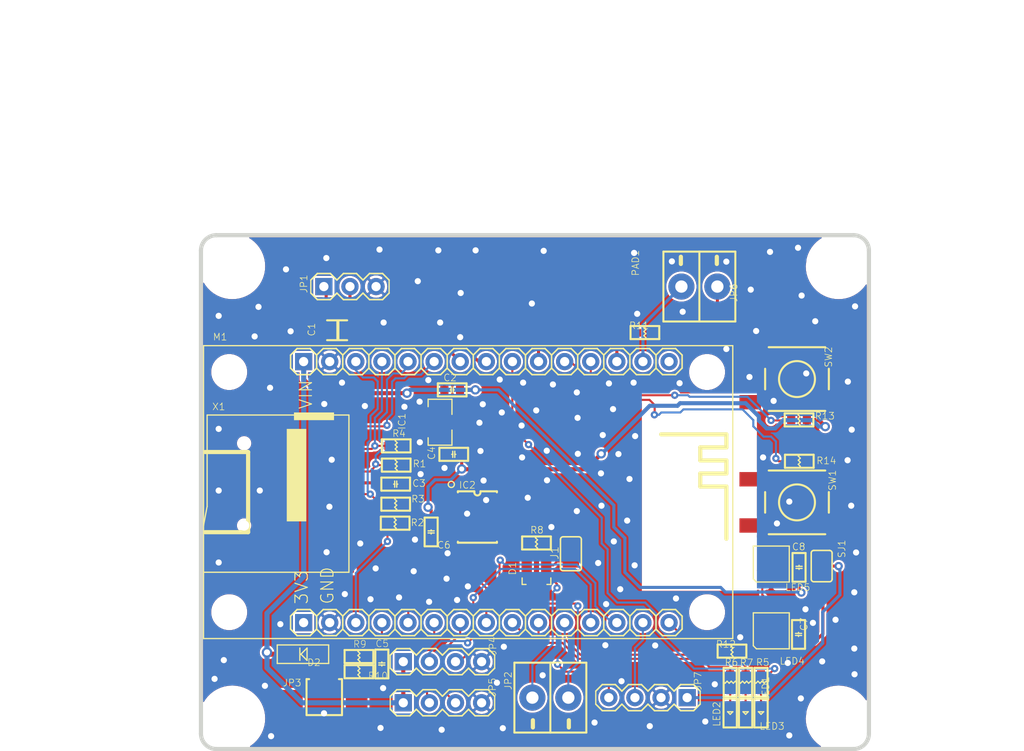
<source format=kicad_pcb>
(kicad_pcb (version 20171130) (host pcbnew "(5.1.7)-1")
  (layers (0 Top signal) (31 Bottom signal) (34 B.Paste user) (35 F.Paste user) (36 B.SilkS user) (37 F.SilkS user) (38 B.Mask user) (39 F.Mask user) (44 Edge.Cuts user))
  (net 0 "")
  (net 1 GND)
  (net 2 3V3)
  (net 3 +5V)
  (net 4 /TXO2)
  (net 5 /RXI2)
  (net 6 /SDA)
  (net 7 /SCL)
  (net 8 "Net-(JP7-Pad1)")
  (net 9 "Net-(D1-PadG)")
  (net 10 "Net-(D1-PadS)")
  (net 11 "Net-(IC2-Pad5)")
  (net 12 /CAN_RX)
  (net 13 /CAN_TX)
  (net 14 "Net-(M1-Pad30)")
  (net 15 "Net-(JP6-Pad2)")
  (net 16 "Net-(M1-Pad28)")
  (net 17 "Net-(M1-Pad27)")
  (net 18 "Net-(M1-Pad26)")
  (net 19 "Net-(M1-Pad25)")
  (net 20 /LED0)
  (net 21 /DAC2)
  (net 22 /DAC1)
  (net 23 /SD_DECT)
  (net 24 /SPI_SCK)
  (net 25 /SPI_MISO)
  (net 26 /SPI_MOSI)
  (net 27 /RGB_LED)
  (net 28 /TXO0)
  (net 29 /RXI0)
  (net 30 /LED2)
  (net 31 /LED1)
  (net 32 /BAT_ADC)
  (net 33 /SD_CS)
  (net 34 VDD3V3)
  (net 35 "Net-(LED1-PadA)")
  (net 36 "Net-(J1-Pad2)")
  (net 37 "Net-(LED4-Pad3)")
  (net 38 "Net-(LED4-Pad1)")
  (net 39 "Net-(LED5-Pad1)")
  (net 40 "Net-(LED2-PadA)")
  (net 41 "Net-(LED3-PadA)")
  (net 42 "Net-(C1-Pad-)")
  (net 43 "Net-(SW1-Pad3)")
  (net 44 "Net-(SW1-Pad2)")
  (net 45 "Net-(SW2-Pad3)")
  (net 46 "Net-(SW2-Pad2)")
  (net 47 "Net-(D2-PadA)")
  (net 48 "Net-(X1-Pad#1)")
  (net 49 "Net-(X1-Pad#8)")
  (net 50 "Net-(JP6-Pad1)")
  (module "" (layer Top) (at 119.0011 83.0036)
    (fp_text reference @HOLE0 hide)
    (fp_text value "" (at 0 0) (layer F.SilkS) (effects (font (size 1.27 1.27))))
    (pad "" np_thru_hole circle (at 0 0) (size 3.4 3.4) (drill 3.4) (layers *.Cu *.Mask))
  )
  (module "" (layer Top) (at 178.0011 83.0036)
    (fp_text reference @HOLE1 hide)
    (fp_text value "" (at 0 0) (layer F.SilkS) (effects (font (size 1.27 1.27))))
    (pad "" np_thru_hole circle (at 0 0) (size 3.4 3.4) (drill 3.4) (layers *.Cu *.Mask))
  )
  (module "" (layer Top) (at 178.0011 127.0036)
    (fp_text reference @HOLE2 hide)
    (fp_text value "" (at 0 0) (layer F.SilkS) (effects (font (size 1.27 1.27))))
    (pad "" np_thru_hole circle (at 0 0) (size 3.4 3.4) (drill 3.4) (layers *.Cu *.Mask))
  )
  (module "" (layer Top) (at 119.0011 127.0036)
    (fp_text reference @HOLE3 hide)
    (fp_text value "" (at 0 0) (layer F.SilkS) (effects (font (size 1.27 1.27))))
    (pad "" np_thru_hole circle (at 0 0) (size 3.4 3.4) (drill 3.4) (layers *.Cu *.Mask))
  )
  (module ESP32_EVKIT_v1.0:MA04-1-S (layer Top) (at 139.5011 125.5036)
    (fp_text reference JP5 (at 5.251 -0.58 90) (layer F.SilkS) (effects (font (size 0.665 0.665) (thickness 0.0665)) (justify left bottom)))
    (fp_text value MA04-1SMALL)
    (pad 4 thru_hole circle (at 3.81 0) (size 1.6764 1.6764) (drill 0.9) (layers *.Cu *.Mask) (net 1 GND))
    (pad 3 thru_hole circle (at 1.27 0) (size 1.6764 1.6764) (drill 0.9) (layers *.Cu *.Mask) (net 4 /TXO2))
    (pad 2 thru_hole circle (at -1.27 0) (size 1.6764 1.6764) (drill 0.9) (layers *.Cu *.Mask) (net 5 /RXI2))
    (pad 1 thru_hole rect (at -3.81 0) (size 1.6764 1.6764) (drill 0.9) (layers *.Cu *.Mask) (net 3 +5V))
  )
  (module ESP32_EVKIT_v1.0:MA04-1-S (layer Top) (at 159.5011 125.0036 180)
    (fp_text reference JP7 (at -5.251 0.68 90) (layer F.SilkS) (effects (font (size 0.665 0.665) (thickness 0.0665)) (justify left bottom)))
    (fp_text value MA04-1SMALL)
    (pad 4 thru_hole circle (at 3.81 0 180) (size 1.6764 1.6764) (drill 0.9) (layers *.Cu *.Mask) (net 6 /SDA))
    (pad 3 thru_hole circle (at 1.27 0 180) (size 1.6764 1.6764) (drill 0.9) (layers *.Cu *.Mask) (net 7 /SCL))
    (pad 2 thru_hole circle (at -1.27 0 180) (size 1.6764 1.6764) (drill 0.9) (layers *.Cu *.Mask) (net 1 GND))
    (pad 1 thru_hole rect (at -3.81 0 180) (size 1.6764 1.6764) (drill 0.9) (layers *.Cu *.Mask) (net 8 "Net-(JP7-Pad1)"))
  )
  (module ESP32_EVKIT_v1.0:SOT23@2 (layer Top) (at 148.6511 113.2286)
    (fp_text reference D1 (at -1.94 -0.095 90) (layer F.SilkS) (effects (font (size 0.665 0.665) (thickness 0.0665)) (justify left bottom)))
    (fp_text value NPU2105)
    (pad G smd rect (at 0.95 -1.1 180) (size 1 1.4) (layers Top F.Paste F.Mask) (net 9 "Net-(D1-PadG)"))
    (pad S smd rect (at -0.95 -1.1 180) (size 1 1.4) (layers Top F.Paste F.Mask) (net 10 "Net-(D1-PadS)"))
    (pad D smd rect (at 0 1.1 180) (size 1 1.4) (layers Top F.Paste F.Mask) (net 1 GND))
  )
  (module ESP32_EVKIT_v1.0:SO8 (layer Top) (at 142.9011 107.4286 270)
    (fp_text reference IC2 (at -2.717 1.83) (layer F.SilkS) (effects (font (size 0.665 0.665) (thickness 0.0665)) (justify left bottom)))
    (fp_text value SN65HVD230)
    (pad 5 smd rect (at 1.905 -2.6 270) (size 0.6 1.6) (layers Top F.Paste F.Mask) (net 11 "Net-(IC2-Pad5)"))
    (pad 6 smd rect (at 0.635 -2.6 270) (size 0.6 1.6) (layers Top F.Paste F.Mask) (net 10 "Net-(D1-PadS)"))
    (pad 8 smd rect (at -1.905 -2.6 270) (size 0.6 1.6) (layers Top F.Paste F.Mask) (net 1 GND))
    (pad 4 smd rect (at 1.905 2.6 270) (size 0.6 1.6) (layers Top F.Paste F.Mask) (net 12 /CAN_RX))
    (pad 3 smd rect (at 0.635 2.6 270) (size 0.6 1.6) (layers Top F.Paste F.Mask) (net 2 3V3))
    (pad 1 smd rect (at -1.905 2.6 270) (size 0.6 1.6) (layers Top F.Paste F.Mask) (net 13 /CAN_TX))
    (pad 7 smd rect (at -0.635 -2.6 270) (size 0.6 1.6) (layers Top F.Paste F.Mask) (net 9 "Net-(D1-PadG)"))
    (pad 2 smd rect (at -0.635 2.6 270) (size 0.6 1.6) (layers Top F.Paste F.Mask) (net 1 GND))
  )
  (module ESP32_EVKIT_v1.0:C0603 (layer Top) (at 138.4011 108.8786 90)
    (fp_text reference C6 (at -1.666 0.549) (layer F.SilkS) (effects (font (size 0.665 0.665) (thickness 0.0665)) (justify left bottom)))
    (fp_text value 0.1uF)
    (pad 2 smd roundrect (at 0.762 0 90) (size 0.8 0.8) (layers Top F.Paste F.Mask) (roundrect_rratio 0.05) (net 2 3V3))
    (pad 1 smd roundrect (at -0.762 0 90) (size 0.8 0.8) (layers Top F.Paste F.Mask) (roundrect_rratio 0.05) (net 1 GND))
  )
  (module ESP32_EVKIT_v1.0:SOT89 (layer Top) (at 139.3261 98.2036 90)
    (fp_text reference IC1 (at -0.765 -3.375 90) (layer F.SilkS) (effects (font (size 0.665 0.665) (thickness 0.0665)) (justify left bottom)))
    (fp_text value AP7370Y)
    (pad 2@1 smd roundrect (at 0 -0.94 90) (size 2.2 3.7) (layers Top F.Mask) (roundrect_rratio 0.5) (net 1 GND))
    (pad 2 smd rect (at 0 1.727 90) (size 1 2) (layers Top F.Mask) (net 1 GND))
    (pad 3 smd rect (at 1.499 1.981 90) (size 1 1.5) (layers Top F.Mask) (net 3 +5V))
    (pad 1 smd rect (at -1.499 1.981 90) (size 1 1.5) (layers Top F.Mask) (net 2 3V3))
  )
  (module ESP32_EVKIT_v1.0:C0603 (layer Top) (at 140.4511 95.0536 180)
    (fp_text reference C2 (at 0.899 0.791) (layer F.SilkS) (effects (font (size 0.665 0.665) (thickness 0.0665)) (justify left bottom)))
    (fp_text value 1uF)
    (pad 2 smd roundrect (at 0.762 0 180) (size 0.8 0.8) (layers Top F.Paste F.Mask) (roundrect_rratio 0.05) (net 1 GND))
    (pad 1 smd roundrect (at -0.762 0 180) (size 0.8 0.8) (layers Top F.Paste F.Mask) (roundrect_rratio 0.05) (net 3 +5V))
  )
  (module ESP32_EVKIT_v1.0:C0603 (layer Top) (at 140.6011 101.3286 180)
    (fp_text reference C4 (at 1.766 -0.574 90) (layer F.SilkS) (effects (font (size 0.665 0.665) (thickness 0.0665)) (justify left bottom)))
    (fp_text value 1uF)
    (pad 2 smd roundrect (at 0.762 0 180) (size 0.8 0.8) (layers Top F.Paste F.Mask) (roundrect_rratio 0.05) (net 1 GND))
    (pad 1 smd roundrect (at -0.762 0 180) (size 0.8 0.8) (layers Top F.Paste F.Mask) (roundrect_rratio 0.05) (net 2 3V3))
  )
  (module ESP32_EVKIT_v1.0:ESP32_DEVKIT_V1_DOIT (layer Top) (at 142.0011 105.0036 90)
    (fp_text reference M1 (at 14.711 -24.875) (layer F.SilkS) (effects (font (size 0.665 0.665) (thickness 0.0665)) (justify left bottom)))
    (fp_text value ESP32_EVKIT_V1)
    (fp_text user VIN (at 11 -16.5 90) (layer F.SilkS) (effects (font (size 1.2065 1.2065) (thickness 0.1016)) (justify right top)))
    (fp_text user GND (at -11 -13 90) (layer F.SilkS) (effects (font (size 1.2065 1.2065) (thickness 0.1016)) (justify left bottom)))
    (fp_text user 3V3 (at -11 -15.5 90) (layer F.SilkS) (effects (font (size 1.2065 1.2065) (thickness 0.1016)) (justify left bottom)))
    (pad "" np_thru_hole circle (at -11.685 -23.25 90) (size 3.1 3.1) (drill 3.1) (layers *.Cu *.Mask))
    (pad "" np_thru_hole circle (at 11.685 -23.25 90) (size 3.1 3.1) (drill 3.1) (layers *.Cu *.Mask))
    (pad "" np_thru_hole circle (at -11.685 23.25 90) (size 3.1 3.1) (drill 3.1) (layers *.Cu *.Mask))
    (pad "" np_thru_hole circle (at 11.685 23.25 90) (size 3.1 3.1) (drill 3.1) (layers *.Cu *.Mask))
    (pad 30 thru_hole circle (at 12.7 19.55) (size 1.6764 1.6764) (drill 0.9) (layers *.Cu *.Mask) (net 14 "Net-(M1-Pad30)"))
    (pad 29 thru_hole circle (at 12.7 17.01) (size 1.6764 1.6764) (drill 0.9) (layers *.Cu *.Mask) (net 15 "Net-(JP6-Pad2)"))
    (pad 28 thru_hole circle (at 12.7 14.47) (size 1.6764 1.6764) (drill 0.9) (layers *.Cu *.Mask) (net 16 "Net-(M1-Pad28)"))
    (pad 27 thru_hole circle (at 12.7 11.93) (size 1.6764 1.6764) (drill 0.9) (layers *.Cu *.Mask) (net 17 "Net-(M1-Pad27)"))
    (pad 26 thru_hole circle (at 12.7 9.39) (size 1.6764 1.6764) (drill 0.9) (layers *.Cu *.Mask) (net 18 "Net-(M1-Pad26)"))
    (pad 25 thru_hole circle (at 12.7 6.85) (size 1.6764 1.6764) (drill 0.9) (layers *.Cu *.Mask) (net 19 "Net-(M1-Pad25)"))
    (pad 24 thru_hole circle (at 12.7 4.31) (size 1.6764 1.6764) (drill 0.9) (layers *.Cu *.Mask) (net 20 /LED0))
    (pad 23 thru_hole circle (at 12.7 1.77) (size 1.6764 1.6764) (drill 0.9) (layers *.Cu *.Mask) (net 21 /DAC2))
    (pad 22 thru_hole circle (at 12.7 -0.77) (size 1.6764 1.6764) (drill 0.9) (layers *.Cu *.Mask) (net 22 /DAC1))
    (pad 21 thru_hole circle (at 12.7 -3.31) (size 1.6764 1.6764) (drill 0.9) (layers *.Cu *.Mask) (net 23 /SD_DECT))
    (pad 20 thru_hole circle (at 12.7 -5.85) (size 1.6764 1.6764) (drill 0.9) (layers *.Cu *.Mask) (net 24 /SPI_SCK))
    (pad 19 thru_hole circle (at 12.7 -8.39) (size 1.6764 1.6764) (drill 0.9) (layers *.Cu *.Mask) (net 25 /SPI_MISO))
    (pad 18 thru_hole circle (at 12.7 -10.93) (size 1.6764 1.6764) (drill 0.9) (layers *.Cu *.Mask) (net 26 /SPI_MOSI))
    (pad 17 thru_hole circle (at 12.7 -13.47) (size 1.6764 1.6764) (drill 0.9) (layers *.Cu *.Mask) (net 1 GND))
    (pad 16 thru_hole rect (at 12.7 -16.01) (size 1.6764 1.6764) (drill 0.9) (layers *.Cu *.Mask) (net 3 +5V))
    (pad 15 thru_hole circle (at -12.7 19.55) (size 1.6764 1.6764) (drill 0.9) (layers *.Cu *.Mask) (net 27 /RGB_LED))
    (pad 14 thru_hole circle (at -12.7 17.01) (size 1.6764 1.6764) (drill 0.9) (layers *.Cu *.Mask) (net 7 /SCL))
    (pad 13 thru_hole circle (at -12.7 14.47) (size 1.6764 1.6764) (drill 0.9) (layers *.Cu *.Mask) (net 28 /TXO0))
    (pad 12 thru_hole circle (at -12.7 11.93) (size 1.6764 1.6764) (drill 0.9) (layers *.Cu *.Mask) (net 29 /RXI0))
    (pad 11 thru_hole circle (at -12.7 9.39) (size 1.6764 1.6764) (drill 0.9) (layers *.Cu *.Mask) (net 6 /SDA))
    (pad 10 thru_hole circle (at -12.7 6.85) (size 1.6764 1.6764) (drill 0.9) (layers *.Cu *.Mask) (net 30 /LED2))
    (pad 9 thru_hole circle (at -12.7 4.31) (size 1.6764 1.6764) (drill 0.9) (layers *.Cu *.Mask) (net 31 /LED1))
    (pad 8 thru_hole circle (at -12.7 1.77) (size 1.6764 1.6764) (drill 0.9) (layers *.Cu *.Mask) (net 13 /CAN_TX))
    (pad 7 thru_hole circle (at -12.7 -0.77) (size 1.6764 1.6764) (drill 0.9) (layers *.Cu *.Mask) (net 4 /TXO2))
    (pad 6 thru_hole circle (at -12.7 -3.31) (size 1.6764 1.6764) (drill 0.9) (layers *.Cu *.Mask) (net 5 /RXI2))
    (pad 5 thru_hole circle (at -12.7 -5.85) (size 1.6764 1.6764) (drill 0.9) (layers *.Cu *.Mask) (net 12 /CAN_RX))
    (pad 4 thru_hole circle (at -12.7 -8.39) (size 1.6764 1.6764) (drill 0.9) (layers *.Cu *.Mask) (net 32 /BAT_ADC))
    (pad 3 thru_hole circle (at -12.7 -10.93) (size 1.6764 1.6764) (drill 0.9) (layers *.Cu *.Mask) (net 33 /SD_CS))
    (pad 2 thru_hole circle (at -12.7 -13.47) (size 1.6764 1.6764) (drill 0.9) (layers *.Cu *.Mask) (net 1 GND))
    (pad 1 thru_hole rect (at -12.7 -16.01) (size 1.6764 1.6764) (drill 0.9) (layers *.Cu *.Mask) (net 34 VDD3V3))
  )
  (module ESP32_EVKIT_v1.0:ED350V-02P (layer Top) (at 150.0011 125.0036)
    (fp_text reference JP2 (at -3.714 -0.696 90) (layer F.SilkS) (effects (font (size 0.665 0.665) (thickness 0.0665)) (justify left bottom)))
    (fp_text value ED350V-02P)
    (pad 2 thru_hole circle (at 1.75 0) (size 2.54 2.54) (drill 1.2) (layers *.Cu *.Mask) (net 10 "Net-(D1-PadS)"))
    (pad 1 thru_hole circle (at -1.75 0) (size 2.54 2.54) (drill 1.2) (layers *.Cu *.Mask) (net 9 "Net-(D1-PadG)"))
  )
  (module ESP32_EVKIT_v1.0:R0603 (layer Top) (at 170.5011 123.5036 270)
    (fp_text reference R5 (at -1.541 0.524) (layer F.SilkS) (effects (font (size 0.665 0.665) (thickness 0.0665)) (justify left bottom)))
    (fp_text value 1k)
    (pad 2 smd roundrect (at 0.762 0 270) (size 0.8 0.8) (layers Top F.Paste F.Mask) (roundrect_rratio 0.05) (net 35 "Net-(LED1-PadA)"))
    (pad 1 smd roundrect (at -0.762 0 270) (size 0.8 0.8) (layers Top F.Paste F.Mask) (roundrect_rratio 0.05) (net 20 /LED0))
  )
  (module ESP32_EVKIT_v1.0:LED-1608 (layer Top) (at 170.5011 126.5036 270)
    (fp_text reference LED1 (at -1.085 -0.845 90) (layer F.SilkS) (effects (font (size 0.665 0.665) (thickness 0.0665)) (justify left bottom)))
    (fp_text value RED)
    (pad A smd rect (at -0.75 0 180) (size 0.8 0.8) (layers Top F.Paste F.Mask) (net 35 "Net-(LED1-PadA)"))
    (pad C smd rect (at 0.75 0 180) (size 0.8 0.8) (layers Top F.Paste F.Mask) (net 1 GND))
  )
  (module ESP32_EVKIT_v1.0:SJ_3 (layer Top) (at 176.4011 112.2036 90)
    (fp_text reference SJ1 (at 0.745 2.345 90) (layer F.SilkS) (effects (font (size 0.665 0.665) (thickness 0.0665)) (justify left bottom)))
    (fp_text value V-SELECT)
    (pad 3 smd rect (at 0.889 0 90) (size 0.635 1.27) (layers Top F.Paste F.Mask) (net 2 3V3))
    (pad 2 smd rect (at 0 0 90) (size 0.635 1.27) (layers Top F.Paste F.Mask) (net 8 "Net-(JP7-Pad1)"))
    (pad 1 smd rect (at -0.889 0 90) (size 0.635 1.27) (layers Top F.Paste F.Mask) (net 3 +5V))
  )
  (module ESP32_EVKIT_v1.0:R0603 (layer Top) (at 148.6511 109.9536 180)
    (fp_text reference R8 (at 0.649 0.866) (layer F.SilkS) (effects (font (size 0.665 0.665) (thickness 0.0665)) (justify left bottom)))
    (fp_text value 120)
    (pad 2 smd roundrect (at 0.762 0 180) (size 0.8 0.8) (layers Top F.Paste F.Mask) (roundrect_rratio 0.05) (net 10 "Net-(D1-PadS)"))
    (pad 1 smd roundrect (at -0.762 0 180) (size 0.8 0.8) (layers Top F.Paste F.Mask) (roundrect_rratio 0.05) (net 36 "Net-(J1-Pad2)"))
  )
  (module ESP32_EVKIT_v1.0:LED3535 (layer Top) (at 171.5011 118.5036 270)
    (fp_text reference LED4 (at 3.335 -0.77) (layer F.SilkS) (effects (font (size 0.665 0.665) (thickness 0.0665)) (justify left bottom)))
    (fp_text value SK6812-3535)
    (pad 4 smd roundrect (at 1.1 -0.875 90) (size 2.5 1) (layers Top F.Paste F.Mask) (roundrect_rratio 0.05) (net 3 +5V))
    (pad 3 smd roundrect (at 1.6 0.875 90) (size 1.4 1) (layers Top F.Paste F.Mask) (roundrect_rratio 0.05) (net 37 "Net-(LED4-Pad3)"))
    (pad 2 smd roundrect (at -1 0.875 270) (size 2.6 1) (layers Top F.Paste F.Mask) (roundrect_rratio 0.05) (net 1 GND))
    (pad 1 smd roundrect (at -1.55 -0.875 270) (size 1.5 1) (layers Top F.Paste F.Mask) (roundrect_rratio 0.05) (net 38 "Net-(LED4-Pad1)"))
  )
  (module ESP32_EVKIT_v1.0:LED3535 (layer Top) (at 171.5011 112.0036 270)
    (fp_text reference LED5 (at 2.665 -1.305) (layer F.SilkS) (effects (font (size 0.665 0.665) (thickness 0.0665)) (justify left bottom)))
    (fp_text value SK6812-3535)
    (pad 4 smd roundrect (at 1.1 -0.875 90) (size 2.5 1) (layers Top F.Paste F.Mask) (roundrect_rratio 0.05) (net 3 +5V))
    (pad 3 smd roundrect (at 1.6 0.875 90) (size 1.4 1) (layers Top F.Paste F.Mask) (roundrect_rratio 0.05) (net 38 "Net-(LED4-Pad1)"))
    (pad 2 smd roundrect (at -1 0.875 270) (size 2.6 1) (layers Top F.Paste F.Mask) (roundrect_rratio 0.05) (net 1 GND))
    (pad 1 smd roundrect (at -1.55 -0.875 270) (size 1.5 1) (layers Top F.Paste F.Mask) (roundrect_rratio 0.05) (net 39 "Net-(LED5-Pad1)"))
  )
  (module ESP32_EVKIT_v1.0:C0603 (layer Top) (at 174.1511 118.8536 90)
    (fp_text reference C7 (at 0.299 0.916 90) (layer F.SilkS) (effects (font (size 0.665 0.665) (thickness 0.0665)) (justify left bottom)))
    (fp_text value 0.1uF)
    (pad 2 smd roundrect (at 0.762 0 90) (size 0.8 0.8) (layers Top F.Paste F.Mask) (roundrect_rratio 0.05) (net 1 GND))
    (pad 1 smd roundrect (at -0.762 0 90) (size 0.8 0.8) (layers Top F.Paste F.Mask) (roundrect_rratio 0.05) (net 3 +5V))
  )
  (module ESP32_EVKIT_v1.0:C0603 (layer Top) (at 174.2011 112.3286 90)
    (fp_text reference C8 (at 1.616 -0.724) (layer F.SilkS) (effects (font (size 0.665 0.665) (thickness 0.0665)) (justify left bottom)))
    (fp_text value 0.1uF)
    (pad 2 smd roundrect (at 0.762 0 90) (size 0.8 0.8) (layers Top F.Paste F.Mask) (roundrect_rratio 0.05) (net 1 GND))
    (pad 1 smd roundrect (at -0.762 0 90) (size 0.8 0.8) (layers Top F.Paste F.Mask) (roundrect_rratio 0.05) (net 3 +5V))
  )
  (module ESP32_EVKIT_v1.0:R0603 (layer Top) (at 167.6761 120.4786)
    (fp_text reference R12 (at -1.601 -0.284) (layer F.SilkS) (effects (font (size 0.665 0.665) (thickness 0.0665)) (justify left bottom)))
    (fp_text value 120)
    (pad 2 smd roundrect (at 0.762 0) (size 0.8 0.8) (layers Top F.Paste F.Mask) (roundrect_rratio 0.05) (net 37 "Net-(LED4-Pad3)"))
    (pad 1 smd roundrect (at -0.762 0) (size 0.8 0.8) (layers Top F.Paste F.Mask) (roundrect_rratio 0.05) (net 27 /RGB_LED))
  )
  (module ESP32_EVKIT_v1.0:R0603 (layer Top) (at 134.9011 108.0286)
    (fp_text reference R2 (at 1.476 0.334) (layer F.SilkS) (effects (font (size 0.665 0.665) (thickness 0.0665)) (justify left bottom)))
    (fp_text value 47k)
    (pad 2 smd roundrect (at 0.762 0) (size 0.8 0.8) (layers Top F.Paste F.Mask) (roundrect_rratio 0.05) (net 2 3V3))
    (pad 1 smd roundrect (at -0.762 0) (size 0.8 0.8) (layers Top F.Paste F.Mask) (roundrect_rratio 0.05) (net 33 /SD_CS))
  )
  (module ESP32_EVKIT_v1.0:R0603 (layer Top) (at 134.9511 106.1786)
    (fp_text reference R3 (at 1.476 -0.116) (layer F.SilkS) (effects (font (size 0.665 0.665) (thickness 0.0665)) (justify left bottom)))
    (fp_text value 47k)
    (pad 2 smd roundrect (at 0.762 0) (size 0.8 0.8) (layers Top F.Paste F.Mask) (roundrect_rratio 0.05) (net 2 3V3))
    (pad 1 smd roundrect (at -0.762 0) (size 0.8 0.8) (layers Top F.Paste F.Mask) (roundrect_rratio 0.05) (net 26 /SPI_MOSI))
  )
  (module ESP32_EVKIT_v1.0:R0603 (layer Top) (at 135.0011 100.5036)
    (fp_text reference R4 (at -0.424 -0.816) (layer F.SilkS) (effects (font (size 0.665 0.665) (thickness 0.0665)) (justify left bottom)))
    (fp_text value 47k)
    (pad 2 smd roundrect (at 0.762 0) (size 0.8 0.8) (layers Top F.Paste F.Mask) (roundrect_rratio 0.05) (net 2 3V3))
    (pad 1 smd roundrect (at -0.762 0) (size 0.8 0.8) (layers Top F.Paste F.Mask) (roundrect_rratio 0.05) (net 25 /SPI_MISO))
  )
  (module ESP32_EVKIT_v1.0:C0603 (layer Top) (at 134.9511 104.2286 180)
    (fp_text reference C3 (at -1.576 -0.309) (layer F.SilkS) (effects (font (size 0.665 0.665) (thickness 0.0665)) (justify left bottom)))
    (fp_text value 0.1uF)
    (pad 2 smd roundrect (at 0.762 0 180) (size 0.8 0.8) (layers Top F.Paste F.Mask) (roundrect_rratio 0.05) (net 2 3V3))
    (pad 1 smd roundrect (at -0.762 0 180) (size 0.8 0.8) (layers Top F.Paste F.Mask) (roundrect_rratio 0.05) (net 1 GND))
  )
  (module ESP32_EVKIT_v1.0:R0603 (layer Top) (at 167.5011 123.5036 270)
    (fp_text reference R6 (at -1.541 0.574) (layer F.SilkS) (effects (font (size 0.665 0.665) (thickness 0.0665)) (justify left bottom)))
    (fp_text value 1k)
    (pad 2 smd roundrect (at 0.762 0 270) (size 0.8 0.8) (layers Top F.Paste F.Mask) (roundrect_rratio 0.05) (net 40 "Net-(LED2-PadA)"))
    (pad 1 smd roundrect (at -0.762 0 270) (size 0.8 0.8) (layers Top F.Paste F.Mask) (roundrect_rratio 0.05) (net 31 /LED1))
  )
  (module ESP32_EVKIT_v1.0:LED-1608 (layer Top) (at 167.5011 126.5036 270)
    (fp_text reference LED2 (at 1.36 0.92 90) (layer F.SilkS) (effects (font (size 0.665 0.665) (thickness 0.0665)) (justify left bottom)))
    (fp_text value BLUE)
    (pad A smd rect (at -0.75 0 180) (size 0.8 0.8) (layers Top F.Paste F.Mask) (net 40 "Net-(LED2-PadA)"))
    (pad C smd rect (at 0.75 0 180) (size 0.8 0.8) (layers Top F.Paste F.Mask) (net 1 GND))
  )
  (module ESP32_EVKIT_v1.0:R0603 (layer Top) (at 169.0011 123.5036 270)
    (fp_text reference R7 (at -1.516 0.599) (layer F.SilkS) (effects (font (size 0.665 0.665) (thickness 0.0665)) (justify left bottom)))
    (fp_text value 1k)
    (pad 2 smd roundrect (at 0.762 0 270) (size 0.8 0.8) (layers Top F.Paste F.Mask) (roundrect_rratio 0.05) (net 41 "Net-(LED3-PadA)"))
    (pad 1 smd roundrect (at -0.762 0 270) (size 0.8 0.8) (layers Top F.Paste F.Mask) (roundrect_rratio 0.05) (net 30 /LED2))
  )
  (module ESP32_EVKIT_v1.0:LED-1608 (layer Top) (at 169.0011 126.5036 270)
    (fp_text reference LED3 (at 1.67 -1.31) (layer F.SilkS) (effects (font (size 0.665 0.665) (thickness 0.0665)) (justify left bottom)))
    (fp_text value GREEN)
    (pad A smd rect (at -0.75 0 180) (size 0.8 0.8) (layers Top F.Paste F.Mask) (net 41 "Net-(LED3-PadA)"))
    (pad C smd rect (at 0.75 0 180) (size 0.8 0.8) (layers Top F.Paste F.Mask) (net 1 GND))
  )
  (module ESP32_EVKIT_v1.0:TOUCH_PAD1 (layer Top) (at 154.6011 85.4036)
    (fp_text reference PAD1 (at 4.08 -1.385 90) (layer F.SilkS) (effects (font (size 0.665 0.665) (thickness 0.0665)) (justify left bottom)))
    (fp_text value TOUCH_PAD01)
    (pad A smd roundrect (at -0.75 0 270) (size 8 8) (layers Top F.Paste F.Mask) (roundrect_rratio 0.5) (net 19 "Net-(M1-Pad25)"))
  )
  (module ESP32_EVKIT_v1.0:R0603 (layer Top) (at 174.2261 102.0036)
    (fp_text reference R14 (at 1.626 0.334) (layer F.SilkS) (effects (font (size 0.665 0.665) (thickness 0.0665)) (justify left bottom)))
    (fp_text value 10k)
    (pad 2 smd roundrect (at 0.762 0) (size 0.8 0.8) (layers Top F.Paste F.Mask) (roundrect_rratio 0.05) (net 2 3V3))
    (pad 1 smd roundrect (at -0.762 0) (size 0.8 0.8) (layers Top F.Paste F.Mask) (roundrect_rratio 0.05) (net 18 "Net-(M1-Pad26)"))
  )
  (module ESP32_EVKIT_v1.0:R0603 (layer Top) (at 174.2011 97.9786)
    (fp_text reference R13 (at 1.501 0.009) (layer F.SilkS) (effects (font (size 0.665 0.665) (thickness 0.0665)) (justify left bottom)))
    (fp_text value 10k)
    (pad 2 smd roundrect (at 0.762 0) (size 0.8 0.8) (layers Top F.Paste F.Mask) (roundrect_rratio 0.05) (net 2 3V3))
    (pad 1 smd roundrect (at -0.762 0) (size 0.8 0.8) (layers Top F.Paste F.Mask) (roundrect_rratio 0.05) (net 17 "Net-(M1-Pad27)"))
  )
  (module ESP32_EVKIT_v1.0:MA03 (layer Top) (at 130.5011 85.0036)
    (fp_text reference JP1 (at -4.101 0.685 90) (layer F.SilkS) (effects (font (size 0.665 0.665) (thickness 0.0665)) (justify left bottom)))
    (fp_text value MA03-1DEF)
    (pad 3 thru_hole circle (at 2.54 0) (size 1.6764 1.6764) (drill 0.9) (layers *.Cu *.Mask) (net 1 GND))
    (pad 2 thru_hole circle (at 0 0) (size 1.6764 1.6764) (drill 0.9) (layers *.Cu *.Mask) (net 21 /DAC2))
    (pad 1 thru_hole rect (at -2.54 0) (size 1.6764 1.6764) (drill 0.9) (layers *.Cu *.Mask) (net 42 "Net-(C1-Pad-)"))
  )
  (module ESP32_EVKIT_v1.0:ITS-1105 (layer Top) (at 174.0011 106.0036)
    (fp_text reference SW1 (at 3.835 -1.09 90) (layer F.SilkS) (effects (font (size 0.665 0.665) (thickness 0.0665)) (justify left bottom)))
    (fp_text value ITS-1105-8)
    (pad 4 smd rect (at 4.55 2.25) (size 2.1 1.4) (layers Top F.Paste F.Mask) (net 1 GND))
    (pad 3 smd rect (at -4.55 2.25) (size 2.1 1.4) (layers Top F.Paste F.Mask) (net 43 "Net-(SW1-Pad3)"))
    (pad 2 smd rect (at 4.55 -2.25) (size 2.1 1.4) (layers Top F.Paste F.Mask) (net 44 "Net-(SW1-Pad2)"))
    (pad 1 smd rect (at -4.55 -2.25) (size 2.1 1.4) (layers Top F.Paste F.Mask) (net 18 "Net-(M1-Pad26)"))
  )
  (module ESP32_EVKIT_v1.0:ITS-1105 (layer Top) (at 174.0011 94.0036)
    (fp_text reference SW2 (at 3.46 -1.09 90) (layer F.SilkS) (effects (font (size 0.665 0.665) (thickness 0.0665)) (justify left bottom)))
    (fp_text value ITS-1105-8)
    (pad 4 smd rect (at 4.55 2.25) (size 2.1 1.4) (layers Top F.Paste F.Mask) (net 1 GND))
    (pad 3 smd rect (at -4.55 2.25) (size 2.1 1.4) (layers Top F.Paste F.Mask) (net 45 "Net-(SW2-Pad3)"))
    (pad 2 smd rect (at 4.55 -2.25) (size 2.1 1.4) (layers Top F.Paste F.Mask) (net 46 "Net-(SW2-Pad2)"))
    (pad 1 smd rect (at -4.55 -2.25) (size 2.1 1.4) (layers Top F.Paste F.Mask) (net 17 "Net-(M1-Pad27)"))
  )
  (module ESP32_EVKIT_v1.0:SOD323-W (layer Top) (at 125.9261 120.7786)
    (fp_text reference D2 (at 0.375 1.2) (layer F.SilkS) (effects (font (size 0.665 0.665) (thickness 0.0665)) (justify left bottom)))
    (fp_text value B5819WS)
    (pad A smd rect (at 1.45 0) (size 1.5 1.2) (layers Top F.Paste F.Mask) (net 47 "Net-(D2-PadA)"))
    (pad C smd rect (at -1.45 0) (size 1.5 1.2) (layers Top F.Paste F.Mask) (net 3 +5V))
  )
  (module ESP32_EVKIT_v1.0:53398-02 (layer Top) (at 128.0011 123.0036)
    (fp_text reference JP3 (at -4.075 0.95) (layer F.SilkS) (effects (font (size 0.665 0.665) (thickness 0.0665)) (justify left bottom)))
    (fp_text value BATTERY)
    (pad P$2 smd rect (at 3.15 2.75 90) (size 3 2.1) (layers Top F.Paste F.Mask))
    (pad 1 smd rect (at -0.625 0 90) (size 1.3 0.8) (layers Top F.Paste F.Mask) (net 47 "Net-(D2-PadA)"))
    (pad 2 smd rect (at 0.625 0 90) (size 1.3 0.8) (layers Top F.Paste F.Mask) (net 1 GND))
    (pad P$1 smd rect (at -3.15 2.75 90) (size 3 2.1) (layers Top F.Paste F.Mask))
  )
  (module ESP32_EVKIT_v1.0:ATOM-A01482 (layer Top) (at 130.8011 105.2036 270)
    (fp_text reference X1 (at -8.12 13.745) (layer F.SilkS) (effects (font (size 0.665 0.665) (thickness 0.0665)) (justify left bottom)))
    (fp_text value MICRO_SD_ATOM-A01482)
    (pad "#13" smd roundrect (at 6.85 0.6) (size 1.4 1.6) (layers Top F.Paste F.Mask) (roundrect_rratio 0.05) (net 1 GND))
    (pad "#10@1" smd roundrect (at 7.75 10.2) (size 2.2 1.2) (layers Top F.Paste F.Mask) (roundrect_rratio 0.05) (net 1 GND))
    (pad "#10@" smd roundrect (at -7.75 10.2) (size 2.2 1.2) (layers Top F.Paste F.Mask) (roundrect_rratio 0.05) (net 1 GND))
    (pad "" np_thru_hole circle (at 3.05 10.6 270) (size 1 1) (drill 1) (layers *.Cu *.Mask))
    (pad "" np_thru_hole circle (at -4.95 10.6 270) (size 1 1) (drill 1) (layers *.Cu *.Mask))
    (pad "#10" smd roundrect (at -7.75 0.6) (size 1.6 1.2) (layers Top F.Paste F.Mask) (roundrect_rratio 0.05) (net 1 GND))
    (pad "#1" smd roundrect (at 2.2 0) (size 1.6 0.7) (layers Top F.Paste F.Mask) (roundrect_rratio 0.05) (net 48 "Net-(X1-Pad#1)"))
    (pad "#2" smd roundrect (at 1.1 0) (size 1.6 0.7) (layers Top F.Paste F.Mask) (roundrect_rratio 0.05) (net 33 /SD_CS))
    (pad "#3" smd roundrect (at 0 0) (size 1.6 0.7) (layers Top F.Paste F.Mask) (roundrect_rratio 0.05) (net 26 /SPI_MOSI))
    (pad "#4" smd roundrect (at -1.1 0) (size 1.6 0.7) (layers Top F.Paste F.Mask) (roundrect_rratio 0.05) (net 2 3V3))
    (pad "#5" smd roundrect (at -2.2 0) (size 1.6 0.7) (layers Top F.Paste F.Mask) (roundrect_rratio 0.05) (net 24 /SPI_SCK))
    (pad "#6" smd roundrect (at -3.3 0) (size 1.6 0.7) (layers Top F.Paste F.Mask) (roundrect_rratio 0.05) (net 1 GND))
    (pad "#7" smd roundrect (at -4.4 0) (size 1.6 0.7) (layers Top F.Paste F.Mask) (roundrect_rratio 0.05) (net 25 /SPI_MISO))
    (pad "#8" smd roundrect (at -5.5 0) (size 1.6 0.7) (layers Top F.Paste F.Mask) (roundrect_rratio 0.05) (net 49 "Net-(X1-Pad#8)"))
    (pad "#9" smd roundrect (at -6.6 0) (size 1.6 0.7) (layers Top F.Paste F.Mask) (roundrect_rratio 0.05) (net 23 /SD_DECT))
  )
  (module ESP32_EVKIT_v1.0:R0603 (layer Top) (at 159.2011 89.4786)
    (fp_text reference R11 (at -1.576 -0.284) (layer F.SilkS) (effects (font (size 0.665 0.665) (thickness 0.0665)) (justify left bottom)))
    (fp_text value 10k)
    (pad 2 smd roundrect (at 0.762 0) (size 0.8 0.8) (layers Top F.Paste F.Mask) (roundrect_rratio 0.05) (net 50 "Net-(JP6-Pad1)"))
    (pad 1 smd roundrect (at -0.762 0) (size 0.8 0.8) (layers Top F.Paste F.Mask) (roundrect_rratio 0.05) (net 16 "Net-(M1-Pad28)"))
  )
  (module ESP32_EVKIT_v1.0:ED350V-02P (layer Top) (at 164.5011 85.0036 180)
    (fp_text reference JP6 (at -3.739 -1.546 90) (layer F.SilkS) (effects (font (size 0.665 0.665) (thickness 0.0665)) (justify left bottom)))
    (fp_text value ED350V-02P)
    (pad 2 thru_hole circle (at 1.75 0 180) (size 2.54 2.54) (drill 1.2) (layers *.Cu *.Mask) (net 15 "Net-(JP6-Pad2)"))
    (pad 1 thru_hole circle (at -1.75 0 180) (size 2.54 2.54) (drill 1.2) (layers *.Cu *.Mask) (net 50 "Net-(JP6-Pad1)"))
  )
  (module ESP32_EVKIT_v1.0:C2012_T (layer Top) (at 129.2011 89.2536)
    (fp_text reference C1 (at -2.045 0.628 90) (layer F.SilkS) (effects (font (size 0.665 0.665) (thickness 0.0665)) (justify left bottom)))
    (fp_text value 10uF)
    (pad + smd roundrect (at 1.016 0) (size 1.3 1.5) (layers Top F.Paste F.Mask) (roundrect_rratio 0.05) (net 22 /DAC1))
    (pad - smd roundrect (at -1.016 0) (size 1.3 1.5) (layers Top F.Paste F.Mask) (roundrect_rratio 0.05) (net 42 "Net-(C1-Pad-)"))
  )
  (module ESP32_EVKIT_v1.0:R0603 (layer Top) (at 135.0011 102.3786)
    (fp_text reference R1 (at 1.576 0.259) (layer F.SilkS) (effects (font (size 0.665 0.665) (thickness 0.0665)) (justify left bottom)))
    (fp_text value 47k)
    (pad 2 smd roundrect (at 0.762 0) (size 0.8 0.8) (layers Top F.Paste F.Mask) (roundrect_rratio 0.05) (net 2 3V3))
    (pad 1 smd roundrect (at -0.762 0) (size 0.8 0.8) (layers Top F.Paste F.Mask) (roundrect_rratio 0.05) (net 24 /SPI_SCK))
  )
  (module ESP32_EVKIT_v1.0:R0603 (layer Top) (at 131.3761 121.0036 180)
    (fp_text reference R9 (at 0.599 0.816) (layer F.SilkS) (effects (font (size 0.665 0.665) (thickness 0.0532)) (justify left bottom)))
    (fp_text value 100kF)
    (pad 2 smd roundrect (at 0.762 0 180) (size 0.8 0.8) (layers Top F.Paste F.Mask) (roundrect_rratio 0.05) (net 47 "Net-(D2-PadA)"))
    (pad 1 smd roundrect (at -0.762 0 180) (size 0.8 0.8) (layers Top F.Paste F.Mask) (roundrect_rratio 0.05) (net 32 /BAT_ADC))
  )
  (module ESP32_EVKIT_v1.0:R0603 (layer Top) (at 131.3761 122.4786)
    (fp_text reference R10 (at 0.849 0.791) (layer F.SilkS) (effects (font (size 0.665 0.665) (thickness 0.0532)) (justify left bottom)))
    (fp_text value 100kF)
    (pad 2 smd roundrect (at 0.762 0) (size 0.8 0.8) (layers Top F.Paste F.Mask) (roundrect_rratio 0.05) (net 32 /BAT_ADC))
    (pad 1 smd roundrect (at -0.762 0) (size 0.8 0.8) (layers Top F.Paste F.Mask) (roundrect_rratio 0.05) (net 1 GND))
  )
  (module ESP32_EVKIT_v1.0:C0603 (layer Top) (at 133.6011 121.7286 270)
    (fp_text reference C5 (at -1.591 0.649) (layer F.SilkS) (effects (font (size 0.665 0.665) (thickness 0.0532)) (justify left bottom)))
    (fp_text value 0.1uF)
    (pad 2 smd roundrect (at 0.762 0 270) (size 0.8 0.8) (layers Top F.Paste F.Mask) (roundrect_rratio 0.05) (net 1 GND))
    (pad 1 smd roundrect (at -0.762 0 270) (size 0.8 0.8) (layers Top F.Paste F.Mask) (roundrect_rratio 0.05) (net 32 /BAT_ADC))
  )
  (module ESP32_EVKIT_v1.0:MA04-1-S (layer Top) (at 139.5011 121.5036)
    (fp_text reference JP4 (at 5.301 -0.605 90) (layer F.SilkS) (effects (font (size 0.665 0.665) (thickness 0.0665)) (justify left bottom)))
    (fp_text value MA04-1SMALL)
    (pad 4 thru_hole circle (at 3.81 0) (size 1.6764 1.6764) (drill 0.9) (layers *.Cu *.Mask) (net 1 GND))
    (pad 3 thru_hole circle (at 1.27 0) (size 1.6764 1.6764) (drill 0.9) (layers *.Cu *.Mask) (net 28 /TXO0))
    (pad 2 thru_hole circle (at -1.27 0) (size 1.6764 1.6764) (drill 0.9) (layers *.Cu *.Mask) (net 29 /RXI0))
    (pad 1 thru_hole rect (at -3.81 0) (size 1.6764 1.6764) (drill 0.9) (layers *.Cu *.Mask) (net 3 +5V))
  )
  (module ESP32_EVKIT_v1.0:SJ (layer Top) (at 152.0011 111.0036 90)
    (fp_text reference J1 (at -0.626 -1.143 90) (layer F.SilkS) (effects (font (size 0.76 0.76) (thickness 0.076)) (justify left bottom)))
    (fp_text value O3)
    (pad 2 smd rect (at 0.762 0 90) (size 1.1684 1.6002) (layers Top F.Paste F.Mask) (net 36 "Net-(J1-Pad2)"))
    (pad 1 smd rect (at -0.762 0 90) (size 1.1684 1.6002) (layers Top F.Paste F.Mask) (net 9 "Net-(D1-PadG)"))
  )
  (gr_line (start 116.0011 128.5036) (end 116.0011 81.5036) (layer Edge.Cuts) (width 0.4064))
  (gr_line (start 117.5011 80.0036) (end 179.5011 80.0036) (layer Edge.Cuts) (width 0.4064))
  (gr_line (start 181.0011 81.5036) (end 181.0011 128.5036) (layer Edge.Cuts) (width 0.4064))
  (gr_line (start 179.5011 130.0036) (end 117.5011 130.0036) (layer Edge.Cuts) (width 0.4064))
  (gr_arc (start 117.5011 81.5036) (end 116.0011 81.5036) (angle 90) (layer Edge.Cuts) (width 0.4064))
  (gr_arc (start 117.5011 128.5036) (end 117.5011 130.0036) (angle 90) (layer Edge.Cuts) (width 0.4064))
  (gr_arc (start 179.5011 128.5036) (end 181.0011 128.5036) (angle 90) (layer Edge.Cuts) (width 0.4064))
  (gr_arc (start 179.5011 81.5036) (end 179.5011 80.0036) (angle 90) (layer Edge.Cuts) (width 0.4064))
  (via (at 131.5011 110.0036) (size 1.0064) (drill 0.6) (layers Top Bottom) (net 1))
  (via (at 123.7261 117.8536) (size 1.0064) (drill 0.6) (layers Top Bottom) (net 1))
  (via (at 118.2261 121.3536) (size 1.0064) (drill 0.6) (layers Top Bottom) (net 1))
  (via (at 122.2261 123.8536) (size 1.0064) (drill 0.6) (layers Top Bottom) (net 1))
  (via (at 117.7261 111.8536) (size 1.0064) (drill 0.6) (layers Top Bottom) (net 1))
  (via (at 121.7261 104.8536) (size 1.0064) (drill 0.6) (layers Top Bottom) (net 1))
  (via (at 128.7261 101.8536) (size 1.0064) (drill 0.6) (layers Top Bottom) (net 1))
  (via (at 128.2261 110.8536) (size 1.0064) (drill 0.6) (layers Top Bottom) (net 1))
  (via (at 117.7261 98.8536) (size 1.0064) (drill 0.6) (layers Top Bottom) (net 1))
  (via (at 117.7261 104.8536) (size 1.0064) (drill 0.6) (layers Top Bottom) (net 1))
  (via (at 122.7261 94.8536) (size 1.0064) (drill 0.6) (layers Top Bottom) (net 1))
  (via (at 117.7261 87.8536) (size 1.0064) (drill 0.6) (layers Top Bottom) (net 1))
  (via (at 124.7261 89.3536) (size 1.0064) (drill 0.6) (layers Top Bottom) (net 1))
  (via (at 129.7261 94.3536) (size 1.0064) (drill 0.6) (layers Top Bottom) (net 1))
  (via (at 131.9511 96.6286) (size 1.0064) (drill 0.6) (layers Top Bottom) (net 1))
  (via (at 128.0011 96.4286) (size 1.0064) (drill 0.6) (layers Top Bottom) (net 1))
  (via (at 128.5011 106.4286) (size 1.0064) (drill 0.6) (layers Top Bottom) (net 1))
  (via (at 124.2761 83.3286) (size 1.0064) (drill 0.6) (layers Top Bottom) (net 1))
  (via (at 133.3761 81.4036) (size 1.0064) (drill 0.6) (layers Top Bottom) (net 1))
  (via (at 128.2011 82.2286) (size 1.0064) (drill 0.6) (layers Top Bottom) (net 1))
  (via (at 137.1011 84.4786) (size 1.0064) (drill 0.6) (layers Top Bottom) (net 1))
  (via (at 133.7761 88.5036) (size 1.0064) (drill 0.6) (layers Top Bottom) (net 1))
  (via (at 135.8011 96.7036) (size 1.0064) (drill 0.6) (layers Top Bottom) (net 1))
  (via (at 137.2761 96.2036) (size 1.0064) (drill 0.6) (layers Top Bottom) (net 1))
  (via (at 137.3011 100.1536) (size 1.0064) (drill 0.6) (layers Top Bottom) (net 1))
  (via (at 139.7011 102.6536) (size 1.0064) (drill 0.6) (layers Top Bottom) (net 1))
  (via (at 143.1011 98.2536) (size 1.0064) (drill 0.6) (layers Top Bottom) (net 1))
  (via (at 143.4261 96.4536) (size 1.0064) (drill 0.6) (layers Top Bottom) (net 1))
  (via (at 143.2011 101.0036) (size 1.0064) (drill 0.6) (layers Top Bottom) (net 1))
  (via (at 145.2761 97.2536) (size 1.0064) (drill 0.6) (layers Top Bottom) (net 1))
  (via (at 145.0761 94.0536) (size 1.0064) (drill 0.6) (layers Top Bottom) (net 1))
  (via (at 138.1261 94.1036) (size 1.0064) (drill 0.6) (layers Top Bottom) (net 1))
  (via (at 139.2761 88.5036) (size 1.0064) (drill 0.6) (layers Top Bottom) (net 1))
  (via (at 141.2261 89.9286) (size 1.0064) (drill 0.6) (layers Top Bottom) (net 1))
  (via (at 139.1011 81.4786) (size 1.0064) (drill 0.6) (layers Top Bottom) (net 1))
  (via (at 142.7261 81.4786) (size 1.0064) (drill 0.6) (layers Top Bottom) (net 1))
  (via (at 141.2761 85.6286) (size 1.0064) (drill 0.6) (layers Top Bottom) (net 1))
  (via (at 121.6011 86.9786) (size 1.0064) (drill 0.6) (layers Top Bottom) (net 1))
  (via (at 130.0011 114.9286) (size 1.0064) (drill 0.6) (layers Top Bottom) (net 1))
  (via (at 132.5011 115.4286) (size 1.0064) (drill 0.6) (layers Top Bottom) (net 1))
  (via (at 133.0011 112.4286) (size 1.0064) (drill 0.6) (layers Top Bottom) (net 1))
  (via (at 136.8261 109.6286) (size 1.0064) (drill 0.6) (layers Top Bottom) (net 1))
  (via (at 140.0011 110.9536) (size 1.0064) (drill 0.6) (layers Top Bottom) (net 1))
  (via (at 135.2761 115.2536) (size 1.0064) (drill 0.6) (layers Top Bottom) (net 1))
  (via (at 136.7011 112.7036) (size 1.0064) (drill 0.6) (layers Top Bottom) (net 1))
  (via (at 139.9011 113.4286) (size 1.0064) (drill 0.6) (layers Top Bottom) (net 1))
  (via (at 138.2011 115.6786) (size 1.0064) (drill 0.6) (layers Top Bottom) (net 1))
  (via (at 141.9761 114.1786) (size 1.0064) (drill 0.6) (layers Top Bottom) (net 1))
  (via (at 140.9261 115.5036) (size 1.0064) (drill 0.6) (layers Top Bottom) (net 1))
  (via (at 141.9011 107.1036) (size 1.0064) (drill 0.6) (layers Top Bottom) (net 1))
  (via (at 143.7511 105.7786) (size 1.0064) (drill 0.6) (layers Top Bottom) (net 1))
  (via (at 137.3761 103.2536) (size 1.0064) (drill 0.6) (layers Top Bottom) (net 1))
  (via (at 143.5011 103.8786) (size 1.0064) (drill 0.6) (layers Top Bottom) (net 1))
  (via (at 147.8011 105.5536) (size 1.0064) (drill 0.6) (layers Top Bottom) (net 1))
  (via (at 149.6761 103.8536) (size 1.0064) (drill 0.6) (layers Top Bottom) (net 1))
  (via (at 150.1011 108.4036) (size 1.0064) (drill 0.6) (layers Top Bottom) (net 1))
  (via (at 152.5761 106.8536) (size 1.0064) (drill 0.6) (layers Top Bottom) (net 1))
  (via (at 147.2511 101.6286) (size 1.0064) (drill 0.6) (layers Top Bottom) (net 1))
  (via (at 149.6511 100.9786) (size 1.0064) (drill 0.6) (layers Top Bottom) (net 1))
  (via (at 147.2011 98.5286) (size 1.0064) (drill 0.6) (layers Top Bottom) (net 1))
  (via (at 147.3511 94.3536) (size 1.0064) (drill 0.6) (layers Top Bottom) (net 1))
  (via (at 148.6261 97.0536) (size 1.0064) (drill 0.6) (layers Top Bottom) (net 1))
  (via (at 152.6761 101.2786) (size 1.0064) (drill 0.6) (layers Top Bottom) (net 1))
  (via (at 152.6511 97.7786) (size 1.0064) (drill 0.6) (layers Top Bottom) (net 1))
  (via (at 150.2511 94.5286) (size 1.0064) (drill 0.6) (layers Top Bottom) (net 1))
  (via (at 155.1011 99.4536) (size 1.0064) (drill 0.6) (layers Top Bottom) (net 1))
  (via (at 148.2011 86.6536) (size 1.0064) (drill 0.6) (layers Top Bottom) (net 1))
  (via (at 149.3511 81.5286) (size 1.0064) (drill 0.6) (layers Top Bottom) (net 1))
  (via (at 158.1511 81.7286) (size 1.0064) (drill 0.6) (layers Top Bottom) (net 1))
  (via (at 158.4511 87.6536) (size 1.0064) (drill 0.6) (layers Top Bottom) (net 1))
  (via (at 162.8761 87.4536) (size 1.0064) (drill 0.6) (layers Top Bottom) (net 1))
  (via (at 167.1261 82.5786) (size 1.0064) (drill 0.6) (layers Top Bottom) (net 1))
  (via (at 161.8261 82.5536) (size 1.0064) (drill 0.6) (layers Top Bottom) (net 1))
  (via (at 171.3761 81.6286) (size 1.0064) (drill 0.6) (layers Top Bottom) (net 1))
  (via (at 169.5011 85.3036) (size 1.0064) (drill 0.6) (layers Top Bottom) (net 1))
  (via (at 174.4511 85.8786) (size 1.0064) (drill 0.6) (layers Top Bottom) (net 1))
  (via (at 174.1011 81.2286) (size 1.0064) (drill 0.6) (layers Top Bottom) (net 1))
  (via (at 179.6511 86.9286) (size 1.0064) (drill 0.6) (layers Top Bottom) (net 1))
  (via (at 170.0261 89.3286) (size 1.0064) (drill 0.6) (layers Top Bottom) (net 1))
  (via (at 175.7761 88.3786) (size 1.0064) (drill 0.6) (layers Top Bottom) (net 1))
  (via (at 178.9511 94.2536) (size 1.0064) (drill 0.6) (layers Top Bottom) (net 1))
  (via (at 179.3261 98.9286) (size 1.0064) (drill 0.6) (layers Top Bottom) (net 1))
  (via (at 178.9261 101.9036) (size 1.0064) (drill 0.6) (layers Top Bottom) (net 1))
  (via (at 179.2761 106.3286) (size 1.0064) (drill 0.6) (layers Top Bottom) (net 1))
  (via (at 173.2511 105.9286) (size 1.0064) (drill 0.6) (layers Top Bottom) (net 1))
  (via (at 169.3761 93.8036) (size 1.0064) (drill 0.6) (layers Top Bottom) (net 1))
  (via (at 174.9011 93.4536) (size 1.0064) (drill 0.6) (layers Top Bottom) (net 1))
  (via (at 171.7261 96.1286) (size 1.0064) (drill 0.6) (layers Top Bottom) (net 1))
  (via (at 156.1011 96.9286) (size 1.0064) (drill 0.6) (layers Top Bottom) (net 1))
  (via (at 155.7011 94.4286) (size 1.0064) (drill 0.6) (layers Top Bottom) (net 1))
  (via (at 162.5761 94.4036) (size 1.0064) (drill 0.6) (layers Top Bottom) (net 1))
  (via (at 158.1011 94.3536) (size 1.0064) (drill 0.6) (layers Top Bottom) (net 1))
  (via (at 167.1261 91.0786) (size 1.0064) (drill 0.6) (layers Top Bottom) (net 1))
  (via (at 158.2511 99.5536) (size 1.0064) (drill 0.6) (layers Top Bottom) (net 1))
  (via (at 154.9761 106.3286) (size 1.0064) (drill 0.6) (layers Top Bottom) (net 1))
  (via (at 154.9261 103.1786) (size 1.0064) (drill 0.6) (layers Top Bottom) (net 1))
  (via (at 156.6261 101.3036) (size 1.0064) (drill 0.6) (layers Top Bottom) (net 1))
  (via (at 157.4761 107.7786) (size 1.0064) (drill 0.6) (layers Top Bottom) (net 1))
  (via (at 156.1761 109.8036) (size 1.0064) (drill 0.6) (layers Top Bottom) (net 1))
  (via (at 156.8011 114.4536) (size 1.0064) (drill 0.6) (layers Top Bottom) (net 1))
  (via (at 155.4261 115.9036) (size 1.0064) (drill 0.6) (layers Top Bottom) (net 1))
  (via (at 162.2261 115.3536) (size 1.0064) (drill 0.6) (layers Top Bottom) (net 1))
  (via (at 168.4761 119.1286) (size 1.0064) (drill 0.6) (layers Top Bottom) (net 1))
  (via (at 174.8261 116.4036) (size 1.0064) (drill 0.6) (layers Top Bottom) (net 1))
  (via (at 172.0511 108.0536) (size 1.0064) (drill 0.6) (layers Top Bottom) (net 1))
  (via (at 179.7511 110.8786) (size 1.0064) (drill 0.6) (layers Top Bottom) (net 1))
  (via (at 179.5761 114.7536) (size 1.0064) (drill 0.6) (layers Top Bottom) (net 1))
  (via (at 175.5511 117.7286) (size 1.0064) (drill 0.6) (layers Top Bottom) (net 1))
  (via (at 177.7511 117.4286) (size 1.0064) (drill 0.6) (layers Top Bottom) (net 1))
  (via (at 179.5761 120.2286) (size 1.0064) (drill 0.6) (layers Top Bottom) (net 1))
  (via (at 179.6011 122.7286) (size 1.0064) (drill 0.6) (layers Top Bottom) (net 1))
  (via (at 176.4511 121.4786) (size 1.0064) (drill 0.6) (layers Top Bottom) (net 1))
  (via (at 173.1011 121.6286) (size 1.0064) (drill 0.6) (layers Top Bottom) (net 1))
  (via (at 174.3761 125.0786) (size 1.0064) (drill 0.6) (layers Top Bottom) (net 1))
  (via (at 173.2511 128.6786) (size 1.0064) (drill 0.6) (layers Top Bottom) (net 1))
  (via (at 166.0011 123.7036) (size 1.0064) (drill 0.6) (layers Top Bottom) (net 1))
  (via (at 165.0761 127.3286) (size 1.0064) (drill 0.6) (layers Top Bottom) (net 1))
  (via (at 160.2011 119.9286) (size 1.0064) (drill 0.6) (layers Top Bottom) (net 1))
  (via (at 155.3511 119.9036) (size 1.0064) (drill 0.6) (layers Top Bottom) (net 1))
  (via (at 156.9261 123.4036) (size 1.0064) (drill 0.6) (layers Top Bottom) (net 1))
  (via (at 149.2511 122.8286) (size 1.0064) (drill 0.6) (layers Top Bottom) (net 1))
  (via (at 145.4761 120.0536) (size 1.0064) (drill 0.6) (layers Top Bottom) (net 1))
  (via (at 144.8011 123.5536) (size 1.0064) (drill 0.6) (layers Top Bottom) (net 1))
  (via (at 145.3761 127.9786) (size 1.0064) (drill 0.6) (layers Top Bottom) (net 1))
  (via (at 154.3011 127.4286) (size 1.0064) (drill 0.6) (layers Top Bottom) (net 1))
  (via (at 159.6761 127.7786) (size 1.0064) (drill 0.6) (layers Top Bottom) (net 1))
  (via (at 127.9761 126.5286) (size 1.0064) (drill 0.6) (layers Top Bottom) (net 1))
  (via (at 133.4761 127.9536) (size 1.0064) (drill 0.6) (layers Top Bottom) (net 1))
  (via (at 133.7261 124.0786) (size 1.0064) (drill 0.6) (layers Top Bottom) (net 1))
  (via (at 139.4261 128.1286) (size 1.0064) (drill 0.6) (layers Top Bottom) (net 1))
  (via (at 122.8261 128.7536) (size 1.0064) (drill 0.6) (layers Top Bottom) (net 1))
  (via (at 117.3261 123.1786) (size 1.0064) (drill 0.6) (layers Top Bottom) (net 1))
  (via (at 154.6511 111.9036) (size 1.0064) (drill 0.6) (layers Top Bottom) (net 1))
  (via (at 152.5761 95.3036) (size 1.0064) (drill 0.6) (layers Top Bottom) (net 1))
  (via (at 157.7011 103.7286) (size 1.0064) (drill 0.6) (layers Top Bottom) (net 1))
  (via (at 158.2011 112.1286) (size 1.0064) (drill 0.6) (layers Top Bottom) (net 1))
  (via (at 170.7011 101.6286) (size 1.0064) (drill 0.6) (layers Top Bottom) (net 1))
  (via (at 121.2261 89.8536) (size 1.0064) (drill 0.6) (layers Top Bottom) (net 1))
  (segment (start 136.1511 92.3036) (end 136.1511 92.8036) (width 0.2) (layer Bottom) (net 24))
  (via (at 133.0011 102.2786) (size 0.7064) (drill 0.3) (layers Top Bottom) (net 24))
  (segment (start 133.0011 102.2786) (end 133.0011 102.4536) (width 0.2) (layer Top) (net 24))
  (segment (start 133.0011 102.4536) (end 132.4511 103.0036) (width 0.2) (layer Top) (net 24))
  (segment (start 132.4511 103.0036) (end 130.8011 103.0036) (width 0.2) (layer Top) (net 24))
  (segment (start 134.2391 102.3786) (end 133.1011 102.3786) (width 0.2) (layer Top) (net 24))
  (segment (start 133.1011 102.3786) (end 133.0011 102.2786) (width 0.2) (layer Top) (net 24))
  (segment (start 133.0011 102.2786) (end 133.0011 101.4286) (width 0.2) (layer Bottom) (net 24))
  (segment (start 133.0011 101.4286) (end 133.6511 100.7786) (width 0.2) (layer Bottom) (net 24))
  (segment (start 133.6511 100.7786) (end 133.6511 100.2036) (width 0.2) (layer Bottom) (net 24))
  (segment (start 133.6511 100.2036) (end 133.3511 99.9036) (width 0.2) (layer Bottom) (net 24))
  (segment (start 133.3511 99.9036) (end 133.3511 97.9786) (width 0.2) (layer Bottom) (net 24))
  (segment (start 133.3511 97.9786) (end 134.1011 97.2286) (width 0.2) (layer Bottom) (net 24))
  (segment (start 134.1011 97.2286) (end 134.1011 94.0536) (width 0.2) (layer Bottom) (net 24))
  (segment (start 134.1011 94.0536) (end 134.7011 93.4536) (width 0.2) (layer Bottom) (net 24))
  (segment (start 134.7011 93.4536) (end 135.5011 93.4536) (width 0.2) (layer Bottom) (net 24))
  (segment (start 135.5011 93.4536) (end 136.1511 92.8036) (width 0.2) (layer Bottom) (net 24))
  (segment (start 130.8011 104.1036) (end 133.2011 104.1036) (width 0.3) (layer Top) (net 2))
  (segment (start 133.2011 104.1036) (end 133.3261 104.2286) (width 0.3) (layer Top) (net 2))
  (segment (start 133.3261 104.2286) (end 134.1891 104.2286) (width 0.3) (layer Top) (net 2))
  (segment (start 134.1891 104.2286) (end 134.1891 105.0666) (width 0.3) (layer Top) (net 2))
  (segment (start 134.1891 105.0666) (end 134.4011 105.2786) (width 0.3) (layer Top) (net 2))
  (segment (start 134.4011 105.2786) (end 135.5011 105.2786) (width 0.3) (layer Top) (net 2))
  (segment (start 135.5011 105.2786) (end 135.7011 105.4786) (width 0.3) (layer Top) (net 2))
  (segment (start 135.7011 105.4786) (end 135.7011 106.1666) (width 0.3) (layer Top) (net 2))
  (segment (start 135.7011 106.1666) (end 135.7131 106.1786) (width 0.3) (layer Top) (net 2))
  (segment (start 135.7131 106.1786) (end 135.7131 107.9786) (width 0.3) (layer Top) (net 2))
  (segment (start 135.7131 107.9786) (end 135.6631 108.0286) (width 0.3) (layer Top) (net 2))
  (segment (start 135.7631 102.3786) (end 135.7631 100.5036) (width 0.3) (layer Top) (net 2))
  (segment (start 134.1891 104.2286) (end 134.1891 103.5406) (width 0.3) (layer Top) (net 2))
  (segment (start 134.1891 103.5406) (end 134.4511 103.2786) (width 0.3) (layer Top) (net 2))
  (segment (start 134.4511 103.2786) (end 135.5761 103.2786) (width 0.3) (layer Top) (net 2))
  (segment (start 135.5761 103.2786) (end 135.7511 103.1036) (width 0.3) (layer Top) (net 2))
  (segment (start 135.7511 103.1036) (end 135.7511 102.3906) (width 0.3) (layer Top) (net 2))
  (segment (start 135.7511 102.3906) (end 135.7631 102.3786) (width 0.3) (layer Top) (net 2))
  (segment (start 135.7131 107.9786) (end 138.2631 107.9786) (width 0.3) (layer Top) (net 2))
  (segment (start 138.2631 107.9786) (end 138.4011 108.1166) (width 0.3) (layer Top) (net 2))
  (segment (start 140.3011 108.0636) (end 138.4541 108.0636) (width 0.3) (layer Top) (net 2))
  (segment (start 138.4541 108.0636) (end 138.4011 108.1166) (width 0.3) (layer Top) (net 2))
  (segment (start 138.4011 108.1166) (end 138.4011 106.7786) (width 0.3) (layer Top) (net 2))
  (segment (start 138.4011 106.7786) (end 138.1011 106.4786) (width 0.3) (layer Top) (net 2))
  (via (at 138.1011 106.4786) (size 0.9064) (drill 0.5) (layers Top Bottom) (net 2))
  (segment (start 138.1011 106.4786) (end 138.1011 104.4786) (width 0.3) (layer Bottom) (net 2))
  (segment (start 138.1011 104.4786) (end 138.7761 103.8036) (width 0.3) (layer Bottom) (net 2))
  (segment (start 138.7761 103.8036) (end 140.3261 103.8036) (width 0.3) (layer Bottom) (net 2))
  (segment (start 140.3261 103.8036) (end 141.3761 102.7536) (width 0.3) (layer Bottom) (net 2))
  (via (at 141.3761 102.7536) (size 0.9064) (drill 0.5) (layers Top Bottom) (net 2))
  (segment (start 141.3761 102.7536) (end 141.3761 101.3416) (width 0.3) (layer Top) (net 2))
  (segment (start 141.3761 101.3416) (end 141.3631 101.3286) (width 0.3) (layer Top) (net 2))
  (segment (start 141.3631 101.3286) (end 141.3631 99.7586) (width 0.3) (layer Top) (net 2))
  (segment (start 141.3631 99.7586) (end 141.3071 99.7026) (width 0.3) (layer Top) (net 2))
  (segment (start 174.9631 97.9786) (end 174.9631 101.9786) (width 0.4) (layer Top) (net 2))
  (segment (start 174.9631 101.9786) (end 174.9881 102.0036) (width 0.4) (layer Top) (net 2))
  (segment (start 176.4011 111.3146) (end 176.4011 109.4036) (width 0.3) (layer Top) (net 2))
  (segment (start 176.4011 109.4036) (end 175.0011 108.0036) (width 0.3) (layer Top) (net 2))
  (segment (start 175.0011 108.0036) (end 175.0011 102.0166) (width 0.3) (layer Top) (net 2))
  (segment (start 175.0011 102.0166) (end 174.9881 102.0036) (width 0.3) (layer Top) (net 2))
  (segment (start 174.9631 97.9786) (end 176.1011 97.9786) (width 0.4) (layer Top) (net 2))
  (segment (start 176.1011 97.9786) (end 176.7511 98.6286) (width 0.4) (layer Top) (net 2))
  (via (at 176.7511 98.6286) (size 0.9064) (drill 0.5) (layers Top Bottom) (net 2))
  (via (at 154.9511 101.2786) (size 0.9064) (drill 0.5) (layers Top Bottom) (net 2))
  (segment (start 141.4011 102.7786) (end 141.3761 102.7536) (width 0.4) (layer Top) (net 2))
  (segment (start 141.4011 102.7786) (end 153.4511 102.7786) (width 0.4) (layer Top) (net 2))
  (segment (start 153.4511 102.7786) (end 154.9511 101.2786) (width 0.4) (layer Top) (net 2))
  (segment (start 154.9511 101.2786) (end 155.0011 101.2786) (width 0.4) (layer Bottom) (net 2))
  (segment (start 155.0011 101.2786) (end 159.6761 96.6036) (width 0.4) (layer Bottom) (net 2))
  (segment (start 170.3011 98.0536) (end 170.3011 97.6536) (width 0.4) (layer Bottom) (net 2))
  (segment (start 170.3011 97.6536) (end 169.0011 96.3536) (width 0.4) (layer Bottom) (net 2))
  (segment (start 169.0011 96.3536) (end 162.6261 96.3536) (width 0.4) (layer Bottom) (net 2))
  (segment (start 162.6261 96.3536) (end 162.3761 96.6036) (width 0.4) (layer Bottom) (net 2))
  (segment (start 162.3761 96.6036) (end 159.6761 96.6036) (width 0.4) (layer Bottom) (net 2))
  (segment (start 176.7511 98.6286) (end 176.1261 98.6286) (width 0.4) (layer Bottom) (net 2))
  (segment (start 176.1261 98.6286) (end 175.5011 98.0036) (width 0.4) (layer Bottom) (net 2))
  (segment (start 175.5011 98.0036) (end 172.6761 98.0036) (width 0.4) (layer Bottom) (net 2))
  (segment (start 172.6761 98.0036) (end 171.8761 98.8036) (width 0.4) (layer Bottom) (net 2))
  (segment (start 171.8761 98.8036) (end 171.0511 98.8036) (width 0.4) (layer Bottom) (net 2))
  (segment (start 171.0511 98.8036) (end 170.3011 98.0536) (width 0.4) (layer Bottom) (net 2))
  (segment (start 155.6911 125.0036) (end 155.6911 123.2186) (width 0.2) (layer Top) (net 6))
  (segment (start 155.6911 123.2186) (end 154.9511 122.4786) (width 0.2) (layer Top) (net 6))
  (segment (start 154.9511 122.4786) (end 151.4261 122.4786) (width 0.2) (layer Top) (net 6))
  (segment (start 151.4261 122.4786) (end 150.7011 121.7536) (width 0.2) (layer Top) (net 6))
  (via (at 150.7011 121.7536) (size 0.7064) (drill 0.3) (layers Top Bottom) (net 6))
  (segment (start 150.7011 121.7536) (end 150.7011 121.1786) (width 0.2) (layer Bottom) (net 6))
  (segment (start 150.7011 121.1786) (end 151.4011 120.4786) (width 0.2) (layer Bottom) (net 6))
  (segment (start 151.4011 120.4786) (end 151.4011 117.7136) (width 0.2) (layer Bottom) (net 6))
  (segment (start 151.4011 117.7136) (end 151.3911 117.7036) (width 0.2) (layer Bottom) (net 6))
  (segment (start 158.2311 125.0036) (end 158.2311 120.1736) (width 0.2) (layer Bottom) (net 7))
  (segment (start 158.2311 120.1736) (end 159.0011 119.4036) (width 0.2) (layer Bottom) (net 7))
  (segment (start 159.0011 119.4036) (end 159.0011 117.7136) (width 0.2) (layer Bottom) (net 7))
  (segment (start 159.0011 117.7136) (end 159.0111 117.7036) (width 0.2) (layer Bottom) (net 7))
  (segment (start 140.3011 109.3336) (end 141.2561 109.3336) (width 0.2) (layer Top) (net 12))
  (segment (start 141.2561 109.3336) (end 141.5761 109.6536) (width 0.2) (layer Top) (net 12))
  (segment (start 141.5761 109.6536) (end 141.5761 113.0786) (width 0.2) (layer Top) (net 12))
  (segment (start 141.5761 113.0786) (end 140.2761 114.3786) (width 0.2) (layer Top) (net 12))
  (segment (start 140.2761 114.3786) (end 138.0761 114.3786) (width 0.2) (layer Top) (net 12))
  (segment (start 138.0761 114.3786) (end 136.1761 116.2786) (width 0.2) (layer Top) (net 12))
  (segment (start 136.1761 116.2786) (end 136.1761 117.6786) (width 0.2) (layer Top) (net 12))
  (segment (start 136.1761 117.6786) (end 136.1511 117.7036) (width 0.2) (layer Top) (net 12))
  (segment (start 143.7711 117.7036) (end 143.7711 114.3486) (width 0.2) (layer Top) (net 13))
  (segment (start 140.3011 105.5236) (end 142.1711 105.5236) (width 0.2) (layer Top) (net 13))
  (segment (start 142.1711 105.5236) (end 142.7511 106.1036) (width 0.2) (layer Top) (net 13))
  (segment (start 142.7511 106.1036) (end 142.7511 113.3286) (width 0.2) (layer Top) (net 13))
  (segment (start 142.7511 113.3286) (end 143.7711 114.3486) (width 0.2) (layer Top) (net 13))
  (segment (start 145.5011 108.0636) (end 146.8611 108.0636) (width 0.2) (layer Top) (net 10))
  (segment (start 146.8611 108.0636) (end 147.8761 109.0786) (width 0.2) (layer Top) (net 10))
  (segment (start 147.8761 109.0786) (end 147.8761 109.9406) (width 0.2) (layer Top) (net 10))
  (segment (start 147.8891 110.9656) (end 147.7011 111.1536) (width 0.2) (layer Top) (net 10))
  (segment (start 147.7011 111.1536) (end 147.7011 112.1286) (width 0.2) (layer Top) (net 10))
  (segment (start 147.7011 112.1286) (end 147.7011 113.0536) (width 0.2) (layer Top) (net 10))
  (segment (start 147.7011 113.0536) (end 147.0261 113.7286) (width 0.2) (layer Top) (net 10))
  (segment (start 147.0261 113.7286) (end 147.0261 115.1536) (width 0.2) (layer Top) (net 10))
  (segment (start 147.0261 115.1536) (end 147.7261 115.8536) (width 0.2) (layer Top) (net 10))
  (segment (start 147.7261 115.8536) (end 152.4511 115.8536) (width 0.2) (layer Top) (net 10))
  (segment (start 152.4511 115.8536) (end 152.6761 116.0786) (width 0.2) (layer Top) (net 10))
  (via (at 152.6761 116.0786) (size 0.7064) (drill 0.3) (layers Top Bottom) (net 10))
  (segment (start 152.6761 116.0786) (end 152.6761 121.6536) (width 0.2) (layer Bottom) (net 10))
  (segment (start 152.6761 121.6536) (end 151.7511 122.5786) (width 0.2) (layer Bottom) (net 10))
  (segment (start 151.7511 122.5786) (end 151.7511 125.0036) (width 0.2) (layer Bottom) (net 10))
  (segment (start 147.8891 110.9656) (end 147.8891 109.9536) (width 0.2) (layer Top) (net 10))
  (segment (start 147.8761 109.9406) (end 147.8891 109.9536) (width 0.2) (layer Top) (net 10))
  (segment (start 148.2511 125.0036) (end 148.2511 121.8036) (width 0.2) (layer Bottom) (net 9))
  (segment (start 148.2511 121.8036) (end 150.2261 119.8286) (width 0.2) (layer Bottom) (net 9))
  (segment (start 150.2261 119.8286) (end 150.2261 114.7536) (width 0.2) (layer Bottom) (net 9))
  (segment (start 150.2261 114.7536) (end 150.6511 114.3286) (width 0.2) (layer Bottom) (net 9))
  (via (at 150.6511 114.3286) (size 0.7064) (drill 0.3) (layers Top Bottom) (net 9))
  (segment (start 150.6511 114.3286) (end 150.6511 113.9536) (width 0.2) (layer Top) (net 9))
  (segment (start 150.6511 113.9536) (end 149.6011 112.9036) (width 0.2) (layer Top) (net 9))
  (segment (start 149.6011 112.9036) (end 149.6011 112.1286) (width 0.2) (layer Top) (net 9))
  (segment (start 145.5011 106.7936) (end 146.5161 106.7936) (width 0.2) (layer Top) (net 9))
  (segment (start 146.5161 106.7936) (end 146.8511 107.1286) (width 0.2) (layer Top) (net 9))
  (segment (start 146.8511 107.1286) (end 146.8511 107.3786) (width 0.2) (layer Top) (net 9))
  (segment (start 146.8511 107.3786) (end 148.6261 109.1536) (width 0.2) (layer Top) (net 9))
  (segment (start 148.6261 109.1536) (end 148.6261 110.6536) (width 0.2) (layer Top) (net 9))
  (segment (start 148.6261 110.6536) (end 148.9011 110.9286) (width 0.2) (layer Top) (net 9))
  (segment (start 148.9011 110.9286) (end 149.2761 110.9286) (width 0.2) (layer Top) (net 9))
  (segment (start 149.2761 110.9286) (end 149.6011 111.2536) (width 0.2) (layer Top) (net 9))
  (segment (start 149.6011 111.2536) (end 149.6011 112.1286) (width 0.2) (layer Top) (net 9))
  (segment (start 152.0011 111.7656) (end 150.6391 111.7656) (width 0.2) (layer Top) (net 9))
  (segment (start 150.6391 111.7656) (end 150.2761 112.1286) (width 0.2) (layer Top) (net 9))
  (segment (start 150.2761 112.1286) (end 149.6011 112.1286) (width 0.2) (layer Top) (net 9))
  (segment (start 139.4761 120.5536) (end 141.2261 118.8036) (width 0.2) (layer Top) (net 4))
  (segment (start 141.2261 118.8036) (end 141.2261 117.7086) (width 0.2) (layer Top) (net 4))
  (segment (start 141.2261 117.7086) (end 141.2311 117.7036) (width 0.2) (layer Top) (net 4))
  (segment (start 139.4761 120.5536) (end 139.4761 124.2086) (width 0.2) (layer Top) (net 4))
  (segment (start 139.4761 124.2086) (end 140.7711 125.5036) (width 0.2) (layer Top) (net 4))
  (segment (start 136.9511 120.7536) (end 138.7011 119.0036) (width 0.2) (layer Top) (net 5))
  (segment (start 138.7011 119.0036) (end 138.7011 117.7136) (width 0.2) (layer Top) (net 5))
  (segment (start 138.7011 117.7136) (end 138.6911 117.7036) (width 0.2) (layer Top) (net 5))
  (segment (start 136.9511 120.7536) (end 136.9511 123.4536) (width 0.2) (layer Top) (net 5))
  (segment (start 136.9511 123.4536) (end 138.0011 124.5036) (width 0.2) (layer Top) (net 5))
  (segment (start 138.0011 124.5036) (end 138.0011 125.2736) (width 0.2) (layer Top) (net 5))
  (segment (start 138.0011 125.2736) (end 138.2311 125.5036) (width 0.2) (layer Top) (net 5))
  (segment (start 173.4641 102.0036) (end 173.4641 102.5156) (width 0.2) (layer Top) (net 18))
  (segment (start 173.4641 102.5156) (end 172.2261 103.7536) (width 0.2) (layer Top) (net 18))
  (segment (start 169.4511 103.7536) (end 172.2261 103.7536) (width 0.2) (layer Top) (net 18))
  (segment (start 173.4641 102.0036) (end 172.2261 102.0036) (width 0.2) (layer Top) (net 18))
  (segment (start 172.2261 102.0036) (end 171.9511 101.7286) (width 0.2) (layer Top) (net 18))
  (via (at 171.9511 101.7286) (size 0.7064) (drill 0.3) (layers Top Bottom) (net 18))
  (segment (start 151.4011 92.3136) (end 151.3911 92.3036) (width 0.2) (layer Top) (net 18))
  (via (at 160.1261 97.4786) (size 0.7064) (drill 0.3) (layers Top Bottom) (net 18))
  (segment (start 151.3911 92.3036) (end 151.9761 92.3036) (width 0.2) (layer Top) (net 18))
  (segment (start 151.9761 92.3036) (end 153.4511 93.7786) (width 0.2) (layer Top) (net 18))
  (segment (start 153.4511 93.7786) (end 153.4511 94.5786) (width 0.2) (layer Top) (net 18))
  (segment (start 153.4511 94.5786) (end 154.9011 96.0286) (width 0.2) (layer Top) (net 18))
  (segment (start 154.9011 96.0286) (end 159.6511 96.0286) (width 0.2) (layer Top) (net 18))
  (segment (start 159.6511 96.0286) (end 160.1511 96.5286) (width 0.2) (layer Top) (net 18))
  (segment (start 160.1511 96.5286) (end 160.1511 97.4536) (width 0.2) (layer Top) (net 18))
  (segment (start 160.1511 97.4536) (end 160.1261 97.4786) (width 0.2) (layer Top) (net 18))
  (segment (start 160.1261 97.4786) (end 160.5761 97.4786) (width 0.2) (layer Bottom) (net 18))
  (segment (start 160.5761 97.4786) (end 160.8011 97.2536) (width 0.2) (layer Bottom) (net 18))
  (segment (start 160.8011 97.2536) (end 162.6511 97.2536) (width 0.2) (layer Bottom) (net 18))
  (segment (start 162.6511 97.2536) (end 162.9511 96.9536) (width 0.2) (layer Bottom) (net 18))
  (segment (start 162.9511 96.9536) (end 168.7011 96.9536) (width 0.2) (layer Bottom) (net 18))
  (segment (start 168.7011 96.9536) (end 169.7511 98.0036) (width 0.2) (layer Bottom) (net 18))
  (segment (start 169.7511 98.0036) (end 169.7511 98.6036) (width 0.2) (layer Bottom) (net 18))
  (segment (start 169.7511 98.6036) (end 170.7511 99.6036) (width 0.2) (layer Bottom) (net 18))
  (segment (start 170.7511 99.6036) (end 171.4761 99.6036) (width 0.2) (layer Bottom) (net 18))
  (segment (start 171.4761 99.6036) (end 171.9511 100.0786) (width 0.2) (layer Bottom) (net 18))
  (segment (start 171.9511 100.0786) (end 171.9511 101.7286) (width 0.2) (layer Bottom) (net 18))
  (segment (start 169.4511 91.7536) (end 171.3761 91.7536) (width 0.2) (layer Top) (net 17))
  (segment (start 171.3761 91.7536) (end 173.4261 93.8036) (width 0.2) (layer Top) (net 17))
  (segment (start 173.4261 93.8036) (end 173.4261 97.9656) (width 0.2) (layer Top) (net 17))
  (segment (start 173.4261 97.9656) (end 173.4391 97.9786) (width 0.2) (layer Top) (net 17))
  (segment (start 153.9311 92.3036) (end 153.9311 94.4786) (width 0.2) (layer Top) (net 17))
  (via (at 162.1011 95.5786) (size 0.7064) (drill 0.3) (layers Top Bottom) (net 17))
  (via (at 171.4761 98.0286) (size 0.7064) (drill 0.3) (layers Top Bottom) (net 17))
  (segment (start 171.4761 98.0286) (end 173.3891 98.0286) (width 0.2) (layer Top) (net 17))
  (segment (start 173.3891 98.0286) (end 173.4391 97.9786) (width 0.2) (layer Top) (net 17))
  (segment (start 162.1011 95.5786) (end 155.0311 95.5786) (width 0.2) (layer Top) (net 17))
  (segment (start 155.0311 95.5786) (end 153.9311 94.4786) (width 0.2) (layer Top) (net 17))
  (segment (start 162.1011 95.5786) (end 163.4011 95.5786) (width 0.2) (layer Bottom) (net 17))
  (segment (start 163.4011 95.5786) (end 163.5511 95.7286) (width 0.2) (layer Bottom) (net 17))
  (segment (start 163.5511 95.7286) (end 169.1761 95.7286) (width 0.2) (layer Bottom) (net 17))
  (segment (start 169.4011 91.7036) (end 169.4511 91.7536) (width 0.2) (layer Top) (net 17))
  (segment (start 169.1761 95.7286) (end 171.4761 98.0286) (width 0.2) (layer Bottom) (net 17))
  (segment (start 141.3071 96.7046) (end 141.3071 95.1476) (width 0.4) (layer Top) (net 3))
  (segment (start 141.3071 95.1476) (end 141.2131 95.0536) (width 0.4) (layer Top) (net 3))
  (segment (start 141.2131 95.0536) (end 142.7011 95.0536) (width 0.4) (layer Top) (net 3))
  (via (at 142.7011 95.0536) (size 0.9064) (drill 0.5) (layers Top Bottom) (net 3))
  (segment (start 142.7011 95.0536) (end 136.3761 95.0536) (width 0.4) (layer Bottom) (net 3))
  (segment (start 136.3761 95.0536) (end 136.0511 95.3786) (width 0.4) (layer Bottom) (net 3))
  (via (at 136.0511 95.3786) (size 0.9064) (drill 0.5) (layers Top Bottom) (net 3))
  (segment (start 136.0511 95.3786) (end 127.3511 95.3786) (width 0.4) (layer Top) (net 3))
  (segment (start 127.3511 95.3786) (end 126.0011 94.0286) (width 0.4) (layer Top) (net 3))
  (segment (start 126.0011 94.0286) (end 126.0011 92.3136) (width 0.4) (layer Top) (net 3))
  (segment (start 126.0011 92.3136) (end 125.9911 92.3036) (width 0.4) (layer Top) (net 3))
  (segment (start 126.0011 113.2286) (end 122.4261 116.8036) (width 0.5) (layer Bottom) (net 3))
  (segment (start 124.4761 120.7786) (end 122.6011 120.7786) (width 0.5) (layer Top) (net 3))
  (segment (start 122.6011 120.7786) (end 122.4261 120.6036) (width 0.5) (layer Top) (net 3))
  (via (at 122.4261 120.6036) (size 1.0064) (drill 0.6) (layers Top Bottom) (net 3))
  (segment (start 122.4261 120.6036) (end 122.4261 116.8036) (width 0.5) (layer Bottom) (net 3))
  (segment (start 126.0011 113.2286) (end 126.0011 92.3136) (width 0.5) (layer Bottom) (net 3))
  (segment (start 126.0011 92.3136) (end 125.9911 92.3036) (width 0.5) (layer Bottom) (net 3))
  (segment (start 125.8261 125.5036) (end 122.4261 122.1036) (width 0.5) (layer Bottom) (net 3))
  (segment (start 122.4261 122.1036) (end 122.4261 120.6036) (width 0.5) (layer Bottom) (net 3))
  (segment (start 172.3761 119.6036) (end 174.1391 119.6036) (width 0.3) (layer Top) (net 3))
  (segment (start 174.1391 119.6036) (end 174.1511 119.6156) (width 0.3) (layer Top) (net 3))
  (segment (start 172.3761 113.1036) (end 174.1881 113.1036) (width 0.3) (layer Top) (net 3))
  (segment (start 174.1881 113.1036) (end 174.2011 113.0906) (width 0.3) (layer Top) (net 3))
  (segment (start 174.1511 119.6156) (end 175.6891 119.6156) (width 0.3) (layer Top) (net 3))
  (segment (start 175.6891 119.6156) (end 176.5261 118.7786) (width 0.3) (layer Top) (net 3))
  (segment (start 176.5261 118.7786) (end 176.5261 113.2176) (width 0.3) (layer Top) (net 3))
  (segment (start 174.2011 113.0906) (end 176.3991 113.0906) (width 0.3) (layer Top) (net 3))
  (segment (start 176.3991 113.0906) (end 176.4011 113.0926) (width 0.3) (layer Top) (net 3))
  (segment (start 176.5261 113.2176) (end 176.4011 113.0926) (width 0.3) (layer Top) (net 3))
  (segment (start 135.6911 125.5036) (end 135.6911 121.5036) (width 0.4) (layer Top) (net 3))
  (segment (start 174.2011 113.0906) (end 174.2011 114.5536) (width 0.3) (layer Top) (net 3))
  (segment (start 174.2011 114.5536) (end 174.4261 114.7786) (width 0.3) (layer Top) (net 3))
  (via (at 174.4261 114.7786) (size 0.8064) (drill 0.4) (layers Top Bottom) (net 3))
  (segment (start 156.1761 106.2786) (end 144.9511 95.0536) (width 0.3) (layer Bottom) (net 3))
  (segment (start 142.7011 95.0536) (end 144.9511 95.0536) (width 0.3) (layer Bottom) (net 3))
  (segment (start 156.1761 106.2786) (end 156.1761 108.4036) (width 0.3) (layer Bottom) (net 3))
  (segment (start 174.3761 114.7286) (end 174.4261 114.7786) (width 0.3) (layer Bottom) (net 3))
  (segment (start 135.6911 125.5036) (end 125.8261 125.5036) (width 0.5) (layer Bottom) (net 3))
  (segment (start 174.3761 114.7286) (end 167.0261 114.7286) (width 0.3) (layer Bottom) (net 3))
  (segment (start 167.0261 114.7286) (end 166.5761 114.2786) (width 0.3) (layer Bottom) (net 3))
  (segment (start 166.5761 114.2786) (end 158.7261 114.2786) (width 0.3) (layer Bottom) (net 3))
  (segment (start 158.7261 114.2786) (end 157.2511 112.8036) (width 0.3) (layer Bottom) (net 3))
  (segment (start 157.2511 112.8036) (end 157.2511 109.4786) (width 0.3) (layer Bottom) (net 3))
  (segment (start 157.2511 109.4786) (end 156.1761 108.4036) (width 0.3) (layer Bottom) (net 3))
  (segment (start 170.5011 125.7536) (end 170.5011 124.2656) (width 0.2) (layer Top) (net 35))
  (segment (start 166.9141 120.4786) (end 165.7261 120.4786) (width 0.2) (layer Top) (net 27))
  (segment (start 165.7261 120.4786) (end 164.9011 119.6536) (width 0.2) (layer Top) (net 27))
  (segment (start 164.9011 119.6536) (end 163.5011 119.6536) (width 0.2) (layer Top) (net 27))
  (segment (start 163.5011 119.6536) (end 161.5511 117.7036) (width 0.2) (layer Top) (net 27))
  (segment (start 170.6261 113.6036) (end 170.6261 115.0036) (width 0.2) (layer Top) (net 38))
  (segment (start 170.6261 115.0036) (end 171.0511 115.4286) (width 0.2) (layer Top) (net 38))
  (segment (start 171.0511 115.4286) (end 171.8261 115.4286) (width 0.2) (layer Top) (net 38))
  (segment (start 171.8261 115.4286) (end 172.3761 115.9786) (width 0.2) (layer Top) (net 38))
  (segment (start 172.3761 115.9786) (end 172.3761 116.9536) (width 0.2) (layer Top) (net 38))
  (segment (start 168.4381 120.4786) (end 169.4011 120.4786) (width 0.2) (layer Top) (net 37))
  (segment (start 169.4011 120.4786) (end 169.6761 120.2036) (width 0.2) (layer Top) (net 37))
  (segment (start 169.6761 120.2036) (end 170.5261 120.2036) (width 0.2) (layer Top) (net 37))
  (segment (start 170.5261 120.2036) (end 170.6261 120.1036) (width 0.2) (layer Top) (net 37))
  (via (at 134.1011 98.5036) (size 0.7064) (drill 0.3) (layers Top Bottom) (net 23))
  (segment (start 134.1011 97.8786) (end 134.6011 97.3786) (width 0.2) (layer Bottom) (net 23))
  (segment (start 134.6011 97.3786) (end 134.6011 94.2536) (width 0.2) (layer Bottom) (net 23))
  (segment (start 134.6011 94.2536) (end 134.9261 93.9286) (width 0.2) (layer Bottom) (net 23))
  (segment (start 134.9261 93.9286) (end 135.7761 93.9286) (width 0.2) (layer Bottom) (net 23))
  (segment (start 135.7761 93.9286) (end 136.1261 93.5786) (width 0.2) (layer Bottom) (net 23))
  (segment (start 136.1261 93.5786) (end 137.4161 93.5786) (width 0.2) (layer Bottom) (net 23))
  (segment (start 137.4161 93.5786) (end 138.6911 92.3036) (width 0.2) (layer Bottom) (net 23))
  (segment (start 134.1011 98.5036) (end 134.1011 97.8786) (width 0.2) (layer Bottom) (net 23))
  (segment (start 130.8011 98.6036) (end 134.0011 98.6036) (width 0.2) (layer Top) (net 23))
  (segment (start 134.0011 98.6036) (end 134.1011 98.5036) (width 0.2) (layer Top) (net 23))
  (segment (start 130.8011 106.3036) (end 132.2011 106.3036) (width 0.2) (layer Top) (net 33))
  (segment (start 132.2011 106.3036) (end 132.9261 107.0286) (width 0.2) (layer Top) (net 33))
  (segment (start 134.1391 108.0286) (end 133.2761 108.0286) (width 0.2) (layer Top) (net 33))
  (segment (start 133.2761 108.0286) (end 132.9261 107.6786) (width 0.2) (layer Top) (net 33))
  (segment (start 132.9261 107.6786) (end 132.9261 107.0286) (width 0.2) (layer Top) (net 33))
  (segment (start 131.0711 117.7036) (end 131.0711 112.8836) (width 0.2) (layer Bottom) (net 33))
  (segment (start 131.0711 112.8836) (end 134.1511 109.8036) (width 0.2) (layer Bottom) (net 33))
  (via (at 134.1511 109.8036) (size 0.7064) (drill 0.3) (layers Top Bottom) (net 33))
  (segment (start 134.1511 109.8036) (end 134.1511 108.0406) (width 0.2) (layer Top) (net 33))
  (segment (start 134.1511 108.0406) (end 134.1391 108.0286) (width 0.2) (layer Top) (net 33))
  (segment (start 133.4511 106.1786) (end 134.1891 106.1786) (width 0.2) (layer Top) (net 26))
  (segment (start 131.0711 92.3036) (end 131.0711 93.1486) (width 0.2) (layer Bottom) (net 26))
  (segment (start 131.0711 93.1486) (end 131.7761 93.8536) (width 0.2) (layer Bottom) (net 26))
  (segment (start 131.7761 93.8536) (end 132.8261 93.8536) (width 0.2) (layer Bottom) (net 26))
  (segment (start 132.8261 93.8536) (end 133.2011 94.2286) (width 0.2) (layer Bottom) (net 26))
  (segment (start 133.2011 94.2286) (end 133.2011 96.9036) (width 0.2) (layer Bottom) (net 26))
  (segment (start 133.2011 96.9036) (end 132.5011 97.6036) (width 0.2) (layer Bottom) (net 26))
  (segment (start 132.5011 97.6036) (end 132.5011 99.9286) (width 0.2) (layer Bottom) (net 26))
  (segment (start 132.5011 99.9286) (end 132.2261 100.2036) (width 0.2) (layer Bottom) (net 26))
  (segment (start 132.2261 100.2036) (end 132.2261 104.9536) (width 0.2) (layer Bottom) (net 26))
  (segment (start 132.2261 104.9536) (end 132.4761 105.2036) (width 0.2) (layer Bottom) (net 26))
  (via (at 132.4761 105.2036) (size 0.7064) (drill 0.3) (layers Top Bottom) (net 26))
  (segment (start 132.4761 105.2036) (end 130.8011 105.2036) (width 0.2) (layer Top) (net 26))
  (segment (start 133.4511 106.1786) (end 132.4761 105.2036) (width 0.2) (layer Top) (net 26))
  (segment (start 132.9261 100.5036) (end 134.2391 100.5036) (width 0.2) (layer Top) (net 25))
  (segment (start 134.2511 100.4916) (end 134.2391 100.5036) (width 0.2) (layer Top) (net 25))
  (segment (start 133.6111 92.3036) (end 133.6111 97.0936) (width 0.2) (layer Bottom) (net 25))
  (via (at 132.9261 100.5036) (size 0.7064) (drill 0.3) (layers Top Bottom) (net 25))
  (segment (start 132.9261 97.7786) (end 133.6111 97.0936) (width 0.2) (layer Bottom) (net 25))
  (segment (start 130.8011 100.8036) (end 132.6261 100.8036) (width 0.2) (layer Top) (net 25))
  (segment (start 132.6261 100.8036) (end 132.9261 100.5036) (width 0.2) (layer Top) (net 25))
  (segment (start 132.9261 100.5036) (end 132.9261 97.7786) (width 0.2) (layer Bottom) (net 25))
  (segment (start 143.7711 92.3036) (end 143.0261 92.3036) (width 0.3) (layer Top) (net 21))
  (segment (start 143.0261 92.3036) (end 141.7011 90.9786) (width 0.3) (layer Top) (net 21))
  (segment (start 141.7011 90.9786) (end 140.7011 90.9786) (width 0.3) (layer Top) (net 21))
  (segment (start 140.7011 90.9786) (end 139.4261 89.7036) (width 0.3) (layer Top) (net 21))
  (segment (start 139.4261 89.7036) (end 133.2761 89.7036) (width 0.3) (layer Top) (net 21))
  (segment (start 133.2761 89.7036) (end 130.5011 86.9286) (width 0.3) (layer Top) (net 21))
  (segment (start 130.5011 85.0036) (end 130.5011 86.9286) (width 0.3) (layer Top) (net 21))
  (segment (start 130.2171 89.2536) (end 132.0261 89.2536) (width 0.3) (layer Top) (net 22))
  (segment (start 132.0261 89.2536) (end 133.0261 90.2536) (width 0.3) (layer Top) (net 22))
  (segment (start 133.0261 90.2536) (end 139.1811 90.2536) (width 0.3) (layer Top) (net 22))
  (segment (start 139.1811 90.2536) (end 141.2311 92.3036) (width 0.3) (layer Top) (net 22))
  (segment (start 170.5011 122.7416) (end 171.2631 122.7416) (width 0.2) (layer Top) (net 20))
  (segment (start 171.2631 122.7416) (end 171.8261 122.1786) (width 0.2) (layer Top) (net 20))
  (via (at 171.8261 122.1786) (size 0.7064) (drill 0.3) (layers Top Bottom) (net 20))
  (segment (start 155.0011 107.5036) (end 147.8761 100.3786) (width 0.2) (layer Bottom) (net 20))
  (via (at 147.8761 100.3786) (size 0.7064) (drill 0.3) (layers Top Bottom) (net 20))
  (segment (start 147.8761 100.3786) (end 146.3011 98.8036) (width 0.2) (layer Top) (net 20))
  (segment (start 146.3011 98.8036) (end 146.3011 92.3136) (width 0.2) (layer Top) (net 20))
  (segment (start 146.3011 92.3136) (end 146.3111 92.3036) (width 0.2) (layer Top) (net 20))
  (segment (start 155.0011 110.0036) (end 155.0011 107.5036) (width 0.2) (layer Bottom) (net 20))
  (segment (start 171.8261 122.1786) (end 163.9761 122.1786) (width 0.2) (layer Bottom) (net 20))
  (segment (start 163.9761 122.1786) (end 160.2761 118.4786) (width 0.2) (layer Bottom) (net 20))
  (segment (start 160.2761 118.4786) (end 160.2761 116.8036) (width 0.2) (layer Bottom) (net 20))
  (segment (start 160.2761 116.8036) (end 159.2261 115.7536) (width 0.2) (layer Bottom) (net 20))
  (segment (start 159.2261 115.7536) (end 156.5011 115.7536) (width 0.2) (layer Bottom) (net 20))
  (segment (start 156.5011 115.7536) (end 155.5761 114.8286) (width 0.2) (layer Bottom) (net 20))
  (segment (start 155.5761 114.8286) (end 155.5761 110.5786) (width 0.2) (layer Bottom) (net 20))
  (segment (start 155.5761 110.5786) (end 155.0011 110.0036) (width 0.2) (layer Bottom) (net 20))
  (segment (start 167.5011 122.7416) (end 167.5011 122.2036) (width 0.2) (layer Top) (net 31))
  (segment (start 167.5011 122.2036) (end 167.3261 122.0286) (width 0.2) (layer Top) (net 31))
  (segment (start 167.3261 122.0286) (end 165.4761 122.0286) (width 0.2) (layer Top) (net 31))
  (segment (start 165.4761 122.0286) (end 164.6761 121.2286) (width 0.2) (layer Top) (net 31))
  (segment (start 164.6761 121.2286) (end 152.7261 121.2286) (width 0.2) (layer Top) (net 31))
  (segment (start 152.7261 121.2286) (end 151.1761 119.6786) (width 0.2) (layer Top) (net 31))
  (segment (start 151.1761 119.6786) (end 148.9261 119.6786) (width 0.2) (layer Top) (net 31))
  (segment (start 148.9261 119.6786) (end 147.7761 118.5286) (width 0.2) (layer Top) (net 31))
  (segment (start 147.7761 118.5286) (end 147.1361 118.5286) (width 0.2) (layer Top) (net 31))
  (segment (start 147.1361 118.5286) (end 146.3111 117.7036) (width 0.2) (layer Top) (net 31))
  (segment (start 148.8511 117.7036) (end 148.8511 118.7786) (width 0.2) (layer Top) (net 30))
  (segment (start 148.8511 118.7786) (end 149.3261 119.2536) (width 0.2) (layer Top) (net 30))
  (segment (start 149.3261 119.2536) (end 151.3511 119.2536) (width 0.2) (layer Top) (net 30))
  (segment (start 151.3511 119.2536) (end 152.9261 120.8286) (width 0.2) (layer Top) (net 30))
  (segment (start 152.9261 120.8286) (end 164.8761 120.8286) (width 0.2) (layer Top) (net 30))
  (segment (start 169.0011 122.7416) (end 169.0011 122.0036) (width 0.2) (layer Top) (net 30))
  (segment (start 169.0011 122.0036) (end 168.6261 121.6286) (width 0.2) (layer Top) (net 30))
  (segment (start 168.6261 121.6286) (end 165.6761 121.6286) (width 0.2) (layer Top) (net 30))
  (segment (start 165.6761 121.6286) (end 164.8761 120.8286) (width 0.2) (layer Top) (net 30))
  (segment (start 167.5011 125.7536) (end 167.5011 124.2656) (width 0.2) (layer Top) (net 40))
  (segment (start 169.0011 125.7536) (end 169.0011 124.2656) (width 0.2) (layer Top) (net 41))
  (segment (start 148.8511 92.3036) (end 148.8511 90.7786) (width 0.3) (layer Top) (net 19))
  (segment (start 148.8511 90.7786) (end 149.6761 89.9536) (width 0.3) (layer Top) (net 19))
  (segment (start 149.6761 89.9536) (end 153.4011 89.9536) (width 0.3) (layer Top) (net 19))
  (segment (start 153.4011 89.9536) (end 153.8761 89.4786) (width 0.3) (layer Top) (net 19))
  (segment (start 153.8761 89.4786) (end 153.8761 85.4286) (width 0.3) (layer Top) (net 19))
  (segment (start 153.8761 85.4286) (end 153.8511 85.4036) (width 0.3) (layer Top) (net 19))
  (segment (start 132.1381 122.4786) (end 132.1381 121.0036) (width 0.2) (layer Top) (net 32))
  (segment (start 132.1381 121.0036) (end 133.5641 121.0036) (width 0.2) (layer Top) (net 32))
  (segment (start 133.5641 121.0036) (end 133.6011 120.9666) (width 0.2) (layer Top) (net 32))
  (segment (start 133.6111 117.7036) (end 133.6111 120.9566) (width 0.2) (layer Top) (net 32))
  (segment (start 133.6111 120.9566) (end 133.6011 120.9666) (width 0.2) (layer Top) (net 32))
  (segment (start 127.3761 123.0036) (end 127.3761 120.7786) (width 0.5) (layer Top) (net 47))
  (segment (start 130.6141 121.0036) (end 128.9011 121.0036) (width 0.2) (layer Top) (net 47))
  (segment (start 128.9011 121.0036) (end 128.6761 120.7786) (width 0.2) (layer Top) (net 47))
  (segment (start 128.6761 120.7786) (end 127.3761 120.7786) (width 0.2) (layer Top) (net 47))
  (segment (start 156.4711 92.3036) (end 156.4711 90.4836) (width 0.3) (layer Top) (net 16))
  (segment (start 156.4711 90.4836) (end 157.4761 89.4786) (width 0.3) (layer Top) (net 16))
  (segment (start 157.4761 89.4786) (end 158.4391 89.4786) (width 0.3) (layer Top) (net 16))
  (segment (start 159.0111 92.3036) (end 159.0111 88.7436) (width 0.3) (layer Bottom) (net 15))
  (segment (start 159.0111 88.7436) (end 162.7511 85.0036) (width 0.3) (layer Bottom) (net 15))
  (segment (start 159.9631 89.4786) (end 165.2261 89.4786) (width 0.3) (layer Top) (net 50))
  (segment (start 165.2261 89.4786) (end 166.2511 88.4536) (width 0.3) (layer Top) (net 50))
  (segment (start 166.2511 88.4536) (end 166.2511 85.0036) (width 0.3) (layer Top) (net 50))
  (segment (start 128.1851 89.2536) (end 128.1851 85.2276) (width 0.3) (layer Top) (net 42))
  (segment (start 128.1851 85.2276) (end 127.9611 85.0036) (width 0.3) (layer Top) (net 42))
  (segment (start 163.3111 125.0036) (end 171.2011 125.0036) (width 0.3) (layer Bottom) (net 8))
  (segment (start 171.2011 125.0036) (end 176.5011 119.7036) (width 0.3) (layer Bottom) (net 8))
  (segment (start 176.5011 119.7036) (end 176.5011 116.6786) (width 0.3) (layer Bottom) (net 8))
  (segment (start 176.5011 116.6786) (end 178.1761 115.0036) (width 0.3) (layer Bottom) (net 8))
  (segment (start 178.1761 115.0036) (end 178.1761 112.3286) (width 0.3) (layer Bottom) (net 8))
  (segment (start 178.1761 112.3286) (end 178.0511 112.2036) (width 0.3) (layer Bottom) (net 8))
  (via (at 178.0511 112.2036) (size 0.8064) (drill 0.4) (layers Top Bottom) (net 8))
  (segment (start 178.0511 112.2036) (end 176.4011 112.2036) (width 0.3) (layer Top) (net 8))
  (segment (start 138.2311 121.5036) (end 138.2311 120.6486) (width 0.2) (layer Bottom) (net 29))
  (segment (start 138.2311 120.6486) (end 139.3761 119.5036) (width 0.2) (layer Bottom) (net 29))
  (segment (start 139.3761 119.5036) (end 141.7761 119.5036) (width 0.2) (layer Bottom) (net 29))
  (segment (start 141.7761 119.5036) (end 141.9511 119.6786) (width 0.2) (layer Bottom) (net 29))
  (via (at 141.9511 119.6786) (size 0.7064) (drill 0.3) (layers Top Bottom) (net 29))
  (segment (start 141.9511 119.6786) (end 142.0011 119.6786) (width 0.2) (layer Top) (net 29))
  (segment (start 153.9311 117.7036) (end 153.9311 114.0086) (width 0.2) (layer Bottom) (net 29))
  (segment (start 153.9311 114.0086) (end 152.4011 112.4786) (width 0.2) (layer Bottom) (net 29))
  (segment (start 152.4011 112.4786) (end 145.2011 112.4786) (width 0.2) (layer Bottom) (net 29))
  (segment (start 142.5011 119.1286) (end 141.9511 119.6786) (width 0.2) (layer Top) (net 29))
  (segment (start 142.5011 119.1286) (end 142.5011 115.2786) (width 0.2) (layer Top) (net 29))
  (via (at 142.5011 115.2786) (size 0.7064) (drill 0.3) (layers Top Bottom) (net 29))
  (segment (start 142.5011 115.2786) (end 142.5011 115.1786) (width 0.2) (layer Bottom) (net 29))
  (segment (start 142.5011 115.1786) (end 145.2011 112.4786) (width 0.2) (layer Bottom) (net 29))
  (segment (start 140.7711 121.5036) (end 141.1761 121.5036) (width 0.2) (layer Top) (net 28))
  (segment (start 141.1761 121.5036) (end 143.2011 119.4786) (width 0.2) (layer Top) (net 28))
  (segment (start 156.4711 117.7036) (end 155.9761 117.7036) (width 0.2) (layer Bottom) (net 28))
  (segment (start 155.9761 117.7036) (end 154.3761 116.1036) (width 0.2) (layer Bottom) (net 28))
  (segment (start 154.3761 116.1036) (end 154.3761 113.8536) (width 0.2) (layer Bottom) (net 28))
  (segment (start 154.3761 113.8536) (end 152.5761 112.0536) (width 0.2) (layer Bottom) (net 28))
  (segment (start 152.5761 112.0536) (end 145.5511 112.0536) (width 0.2) (layer Bottom) (net 28))
  (segment (start 145.5511 112.0536) (end 145.1261 111.6286) (width 0.2) (layer Bottom) (net 28))
  (via (at 145.1261 111.6286) (size 0.7064) (drill 0.3) (layers Top Bottom) (net 28))
  (segment (start 145.1261 111.6286) (end 145.1261 111.6536) (width 0.2) (layer Top) (net 28))
  (segment (start 145.1261 111.6536) (end 145.0511 111.7286) (width 0.2) (layer Top) (net 28))
  (segment (start 145.0511 111.7286) (end 145.0511 118.7036) (width 0.2) (layer Top) (net 28))
  (segment (start 145.0511 118.7036) (end 144.2761 119.4786) (width 0.2) (layer Top) (net 28))
  (segment (start 144.2761 119.4786) (end 143.2011 119.4786) (width 0.2) (layer Top) (net 28))
  (segment (start 149.4131 109.9536) (end 150.1511 109.9536) (width 0.2) (layer Top) (net 36))
  (segment (start 150.1511 109.9536) (end 150.4761 110.2786) (width 0.2) (layer Top) (net 36))
  (segment (start 150.4761 110.2786) (end 151.4641 110.2786) (width 0.2) (layer Top) (net 36))
  (segment (start 151.4641 110.2786) (end 152.0011 110.2416) (width 0.2) (layer Top) (net 36))
  (zone (net 1) (net_name GND) (layer Bottom) (priority 3) (connect_pads (clearance 0.000001)) (min_thickness 0.1) (fill yes (arc_segments 32) (thermal_gap 0.25) (thermal_bridge_width 0.25))
    (polygon (pts (xy 181.1011 130.1036) (xy 115.9011 130.1036) (xy 115.9011 79.9036) (xy 181.1011 79.9036)))
  )
  (zone (net 1) (net_name GND) (layer Top) (priority 3) (connect_pads (clearance 0.000001)) (min_thickness 0.1) (fill yes (arc_segments 32) (thermal_gap 0.25) (thermal_bridge_width 0.25))
    (polygon (pts (xy 181.1011 130.1036) (xy 115.9011 130.1036) (xy 115.9011 79.9036) (xy 181.1011 79.9036)))
  )
  (zone (net 0) (net_name "") (layer Top) (priority 6) (connect_pads (clearance 0.000001)) (min_thickness 0.2032)
    (keepout (tracks not_allowed) (vias not_allowed) (copperpour not_allowed))
    (fill (arc_segments 32) (thermal_gap 0.4564) (thermal_bridge_width 0.4564))
    (polygon (pts (xy 119.437248 123.848386) (xy 119.817765 123.918119) (xy 120.187102 124.033208) (xy 120.539874 124.191979) (xy 120.870936 124.392112) (xy 121.175461 124.630693) (xy 121.449007 124.904239) (xy 121.687588 125.208764) (xy 121.887721 125.539826) (xy 122.046492 125.892598) (xy 122.161581 126.261935) (xy 122.231314 126.642452) (xy 122.254671 127.0286) (xy 122.231314 127.414748) (xy 122.161581 127.795265) (xy 122.046492 128.164602) (xy 121.887721 128.517374) (xy 121.687588 128.848436) (xy 121.449007 129.152961) (xy 121.175461 129.426507) (xy 120.870936 129.665088) (xy 120.539874 129.865221) (xy 120.187102 130.023992) (xy 119.817765 130.139081) (xy 119.437248 130.208814) (xy 119.0511 130.232171) (xy 118.664952 130.208814) (xy 118.284435 130.139081) (xy 117.915098 130.023992) (xy 117.562326 129.865221) (xy 117.231264 129.665088) (xy 116.926739 129.426507) (xy 116.653193 129.152961) (xy 116.414612 128.848436) (xy 116.214479 128.517374) (xy 116.055708 128.164602) (xy 115.940619 127.795265) (xy 115.870886 127.414748) (xy 115.847156 127.022437) (xy 115.938782 126.26783) (xy 116.055708 125.892598) (xy 116.214479 125.539826) (xy 116.414612 125.208764) (xy 116.653193 124.904239) (xy 116.926739 124.630693) (xy 117.231264 124.392112) (xy 117.562326 124.191979) (xy 117.915098 124.033208) (xy 118.284435 123.918119) (xy 118.664952 123.848386) (xy 119.0511 123.825029)))
  )
  (zone (net 0) (net_name "") (layer Bottom) (priority 6) (connect_pads (clearance 0.000001)) (min_thickness 0.2032)
    (keepout (tracks not_allowed) (vias not_allowed) (copperpour not_allowed))
    (fill (arc_segments 32) (thermal_gap 0.4564) (thermal_bridge_width 0.4564))
    (polygon (pts (xy 119.437248 123.848386) (xy 119.817765 123.918119) (xy 120.187102 124.033208) (xy 120.539874 124.191979) (xy 120.870936 124.392112) (xy 121.175461 124.630693) (xy 121.449007 124.904239) (xy 121.687588 125.208764) (xy 121.887721 125.539826) (xy 122.046492 125.892598) (xy 122.161581 126.261935) (xy 122.231314 126.642452) (xy 122.254671 127.0286) (xy 122.231314 127.414748) (xy 122.161581 127.795265) (xy 122.046492 128.164602) (xy 121.887721 128.517374) (xy 121.687588 128.848436) (xy 121.449007 129.152961) (xy 121.175461 129.426507) (xy 120.870936 129.665088) (xy 120.539874 129.865221) (xy 120.187102 130.023992) (xy 119.817765 130.139081) (xy 119.437248 130.208814) (xy 119.0511 130.232171) (xy 118.664952 130.208814) (xy 118.284435 130.139081) (xy 117.915098 130.023992) (xy 117.562326 129.865221) (xy 117.231264 129.665088) (xy 116.926739 129.426507) (xy 116.653193 129.152961) (xy 116.414612 128.848436) (xy 116.214479 128.517374) (xy 116.055708 128.164602) (xy 115.940619 127.795265) (xy 115.870886 127.414748) (xy 115.847156 127.022437) (xy 115.938782 126.26783) (xy 116.055708 125.892598) (xy 116.214479 125.539826) (xy 116.414612 125.208764) (xy 116.653193 124.904239) (xy 116.926739 124.630693) (xy 117.231264 124.392112) (xy 117.562326 124.191979) (xy 117.915098 124.033208) (xy 118.284435 123.918119) (xy 118.664952 123.848386) (xy 119.0511 123.825029)))
  )
  (zone (net 0) (net_name "") (layer Top) (priority 6) (connect_pads (clearance 0.000001)) (min_thickness 0.2032)
    (keepout (tracks not_allowed) (vias not_allowed) (copperpour not_allowed))
    (fill (arc_segments 32) (thermal_gap 0.4564) (thermal_bridge_width 0.4564))
    (polygon (pts (xy 178.437248 79.848386) (xy 178.817765 79.918119) (xy 179.187102 80.033208) (xy 179.539874 80.191979) (xy 179.870936 80.392112) (xy 180.175461 80.630693) (xy 180.449007 80.904239) (xy 180.687588 81.208764) (xy 180.887721 81.539826) (xy 181.046492 81.892598) (xy 181.161581 82.261935) (xy 181.231314 82.642452) (xy 181.254671 83.0286) (xy 181.231314 83.414748) (xy 181.161581 83.795265) (xy 181.046492 84.164602) (xy 180.887721 84.517374) (xy 180.687588 84.848436) (xy 180.449007 85.152961) (xy 180.175461 85.426507) (xy 179.870936 85.665088) (xy 179.539874 85.865221) (xy 179.187102 86.023992) (xy 178.817765 86.139081) (xy 178.437248 86.208814) (xy 178.0511 86.232171) (xy 177.664952 86.208814) (xy 177.284435 86.139081) (xy 176.915098 86.023992) (xy 176.562326 85.865221) (xy 176.231264 85.665088) (xy 175.926739 85.426507) (xy 175.653193 85.152961) (xy 175.414612 84.848436) (xy 175.214479 84.517374) (xy 175.055708 84.164602) (xy 174.940619 83.795265) (xy 174.870886 83.414748) (xy 174.847156 83.022437) (xy 174.938782 82.26783) (xy 175.055708 81.892598) (xy 175.214479 81.539826) (xy 175.414612 81.208764) (xy 175.653193 80.904239) (xy 175.926739 80.630693) (xy 176.231264 80.392112) (xy 176.562326 80.191979) (xy 176.915098 80.033208) (xy 177.284435 79.918119) (xy 177.664952 79.848386) (xy 178.0511 79.825029)))
  )
  (zone (net 0) (net_name "") (layer Bottom) (priority 6) (connect_pads (clearance 0.000001)) (min_thickness 0.2032)
    (keepout (tracks not_allowed) (vias not_allowed) (copperpour not_allowed))
    (fill (arc_segments 32) (thermal_gap 0.4564) (thermal_bridge_width 0.4564))
    (polygon (pts (xy 178.437248 79.848386) (xy 178.817765 79.918119) (xy 179.187102 80.033208) (xy 179.539874 80.191979) (xy 179.870936 80.392112) (xy 180.175461 80.630693) (xy 180.449007 80.904239) (xy 180.687588 81.208764) (xy 180.887721 81.539826) (xy 181.046492 81.892598) (xy 181.161581 82.261935) (xy 181.231314 82.642452) (xy 181.254671 83.0286) (xy 181.231314 83.414748) (xy 181.161581 83.795265) (xy 181.046492 84.164602) (xy 180.887721 84.517374) (xy 180.687588 84.848436) (xy 180.449007 85.152961) (xy 180.175461 85.426507) (xy 179.870936 85.665088) (xy 179.539874 85.865221) (xy 179.187102 86.023992) (xy 178.817765 86.139081) (xy 178.437248 86.208814) (xy 178.0511 86.232171) (xy 177.664952 86.208814) (xy 177.284435 86.139081) (xy 176.915098 86.023992) (xy 176.562326 85.865221) (xy 176.231264 85.665088) (xy 175.926739 85.426507) (xy 175.653193 85.152961) (xy 175.414612 84.848436) (xy 175.214479 84.517374) (xy 175.055708 84.164602) (xy 174.940619 83.795265) (xy 174.870886 83.414748) (xy 174.847156 83.022437) (xy 174.938782 82.26783) (xy 175.055708 81.892598) (xy 175.214479 81.539826) (xy 175.414612 81.208764) (xy 175.653193 80.904239) (xy 175.926739 80.630693) (xy 176.231264 80.392112) (xy 176.562326 80.191979) (xy 176.915098 80.033208) (xy 177.284435 79.918119) (xy 177.664952 79.848386) (xy 178.0511 79.825029)))
  )
  (zone (net 0) (net_name "") (layer Top) (priority 6) (connect_pads (clearance 0.000001)) (min_thickness 0.2032)
    (keepout (tracks not_allowed) (vias not_allowed) (copperpour not_allowed))
    (fill (arc_segments 32) (thermal_gap 0.4564) (thermal_bridge_width 0.4564))
    (polygon (pts (xy 119.437248 79.848386) (xy 119.817765 79.918119) (xy 120.187102 80.033208) (xy 120.539874 80.191979) (xy 120.870936 80.392112) (xy 121.175461 80.630693) (xy 121.449007 80.904239) (xy 121.687588 81.208764) (xy 121.887721 81.539826) (xy 122.046492 81.892598) (xy 122.161581 82.261935) (xy 122.231314 82.642452) (xy 122.254671 83.0286) (xy 122.231314 83.414748) (xy 122.161581 83.795265) (xy 122.046492 84.164602) (xy 121.887721 84.517374) (xy 121.687588 84.848436) (xy 121.449007 85.152961) (xy 121.175461 85.426507) (xy 120.870936 85.665088) (xy 120.539874 85.865221) (xy 120.187102 86.023992) (xy 119.817765 86.139081) (xy 119.437248 86.208814) (xy 119.0511 86.232171) (xy 118.664952 86.208814) (xy 118.284435 86.139081) (xy 117.915098 86.023992) (xy 117.562326 85.865221) (xy 117.231264 85.665088) (xy 116.926739 85.426507) (xy 116.653193 85.152961) (xy 116.414612 84.848436) (xy 116.214479 84.517374) (xy 116.055708 84.164602) (xy 115.940619 83.795265) (xy 115.870886 83.414748) (xy 115.847156 83.022437) (xy 115.938782 82.26783) (xy 116.055708 81.892598) (xy 116.214479 81.539826) (xy 116.414612 81.208764) (xy 116.653193 80.904239) (xy 116.926739 80.630693) (xy 117.231264 80.392112) (xy 117.562326 80.191979) (xy 117.915098 80.033208) (xy 118.284435 79.918119) (xy 118.664952 79.848386) (xy 119.0511 79.825029)))
  )
  (zone (net 0) (net_name "") (layer Bottom) (priority 6) (connect_pads (clearance 0.000001)) (min_thickness 0.2032)
    (keepout (tracks not_allowed) (vias not_allowed) (copperpour not_allowed))
    (fill (arc_segments 32) (thermal_gap 0.4564) (thermal_bridge_width 0.4564))
    (polygon (pts (xy 119.437248 79.848386) (xy 119.817765 79.918119) (xy 120.187102 80.033208) (xy 120.539874 80.191979) (xy 120.870936 80.392112) (xy 121.175461 80.630693) (xy 121.449007 80.904239) (xy 121.687588 81.208764) (xy 121.887721 81.539826) (xy 122.046492 81.892598) (xy 122.161581 82.261935) (xy 122.231314 82.642452) (xy 122.254671 83.0286) (xy 122.231314 83.414748) (xy 122.161581 83.795265) (xy 122.046492 84.164602) (xy 121.887721 84.517374) (xy 121.687588 84.848436) (xy 121.449007 85.152961) (xy 121.175461 85.426507) (xy 120.870936 85.665088) (xy 120.539874 85.865221) (xy 120.187102 86.023992) (xy 119.817765 86.139081) (xy 119.437248 86.208814) (xy 119.0511 86.232171) (xy 118.664952 86.208814) (xy 118.284435 86.139081) (xy 117.915098 86.023992) (xy 117.562326 85.865221) (xy 117.231264 85.665088) (xy 116.926739 85.426507) (xy 116.653193 85.152961) (xy 116.414612 84.848436) (xy 116.214479 84.517374) (xy 116.055708 84.164602) (xy 115.940619 83.795265) (xy 115.870886 83.414748) (xy 115.847156 83.022437) (xy 115.938782 82.26783) (xy 116.055708 81.892598) (xy 116.214479 81.539826) (xy 116.414612 81.208764) (xy 116.653193 80.904239) (xy 116.926739 80.630693) (xy 117.231264 80.392112) (xy 117.562326 80.191979) (xy 117.915098 80.033208) (xy 118.284435 79.918119) (xy 118.664952 79.848386) (xy 119.0511 79.825029)))
  )
  (zone (net 0) (net_name "") (layer Top) (priority 6) (connect_pads (clearance 0.000001)) (min_thickness 0.2032)
    (keepout (tracks not_allowed) (vias not_allowed) (copperpour not_allowed))
    (fill (arc_segments 32) (thermal_gap 0.4564) (thermal_bridge_width 0.4564))
    (polygon (pts (xy 178.437248 123.848386) (xy 178.817765 123.918119) (xy 179.187102 124.033208) (xy 179.539874 124.191979) (xy 179.870936 124.392112) (xy 180.175461 124.630693) (xy 180.449007 124.904239) (xy 180.687588 125.208764) (xy 180.887721 125.539826) (xy 181.046492 125.892598) (xy 181.161581 126.261935) (xy 181.231314 126.642452) (xy 181.254671 127.0286) (xy 181.231314 127.414748) (xy 181.161581 127.795265) (xy 181.046492 128.164602) (xy 180.887721 128.517374) (xy 180.687588 128.848436) (xy 180.449007 129.152961) (xy 180.175461 129.426507) (xy 179.870936 129.665088) (xy 179.539874 129.865221) (xy 179.187102 130.023992) (xy 178.817765 130.139081) (xy 178.437248 130.208814) (xy 178.0511 130.232171) (xy 177.664952 130.208814) (xy 177.284435 130.139081) (xy 176.915098 130.023992) (xy 176.562326 129.865221) (xy 176.231264 129.665088) (xy 175.926739 129.426507) (xy 175.653193 129.152961) (xy 175.414612 128.848436) (xy 175.214479 128.517374) (xy 175.055708 128.164602) (xy 174.940619 127.795265) (xy 174.870886 127.414748) (xy 174.847156 127.022437) (xy 174.938782 126.26783) (xy 175.055708 125.892598) (xy 175.214479 125.539826) (xy 175.414612 125.208764) (xy 175.653193 124.904239) (xy 175.926739 124.630693) (xy 176.231264 124.392112) (xy 176.562326 124.191979) (xy 176.915098 124.033208) (xy 177.284435 123.918119) (xy 177.664952 123.848386) (xy 178.0511 123.825029)))
  )
  (zone (net 0) (net_name "") (layer Bottom) (priority 6) (connect_pads (clearance 0.000001)) (min_thickness 0.2032)
    (keepout (tracks not_allowed) (vias not_allowed) (copperpour not_allowed))
    (fill (arc_segments 32) (thermal_gap 0.4564) (thermal_bridge_width 0.4564))
    (polygon (pts (xy 178.437248 123.848386) (xy 178.817765 123.918119) (xy 179.187102 124.033208) (xy 179.539874 124.191979) (xy 179.870936 124.392112) (xy 180.175461 124.630693) (xy 180.449007 124.904239) (xy 180.687588 125.208764) (xy 180.887721 125.539826) (xy 181.046492 125.892598) (xy 181.161581 126.261935) (xy 181.231314 126.642452) (xy 181.254671 127.0286) (xy 181.231314 127.414748) (xy 181.161581 127.795265) (xy 181.046492 128.164602) (xy 180.887721 128.517374) (xy 180.687588 128.848436) (xy 180.449007 129.152961) (xy 180.175461 129.426507) (xy 179.870936 129.665088) (xy 179.539874 129.865221) (xy 179.187102 130.023992) (xy 178.817765 130.139081) (xy 178.437248 130.208814) (xy 178.0511 130.232171) (xy 177.664952 130.208814) (xy 177.284435 130.139081) (xy 176.915098 130.023992) (xy 176.562326 129.865221) (xy 176.231264 129.665088) (xy 175.926739 129.426507) (xy 175.653193 129.152961) (xy 175.414612 128.848436) (xy 175.214479 128.517374) (xy 175.055708 128.164602) (xy 174.940619 127.795265) (xy 174.870886 127.414748) (xy 174.847156 127.022437) (xy 174.938782 126.26783) (xy 175.055708 125.892598) (xy 175.214479 125.539826) (xy 175.414612 125.208764) (xy 175.653193 124.904239) (xy 175.926739 124.630693) (xy 176.231264 124.392112) (xy 176.562326 124.191979) (xy 176.915098 124.033208) (xy 177.284435 123.918119) (xy 177.664952 123.848386) (xy 178.0511 123.825029)))
  )
  (zone (net 0) (net_name "") (layer Bottom) (priority 6) (connect_pads (clearance 0.000001)) (min_thickness 0.1)
    (keepout (tracks not_allowed) (vias not_allowed) (copperpour not_allowed))
    (fill (arc_segments 32) (thermal_gap 0.25) (thermal_bridge_width 0.25))
    (polygon (pts (xy 170.1011 114.6036) (xy 158.9011 114.6036) (xy 158.9011 95.4036) (xy 170.1011 95.4036)))
  )
  (zone (net 0) (net_name "") (layer Top) (priority 6) (connect_pads (clearance 0.000001)) (min_thickness 0.1)
    (keepout (tracks not_allowed) (vias not_allowed) (copperpour not_allowed))
    (fill (arc_segments 32) (thermal_gap 0.25) (thermal_bridge_width 0.25))
    (polygon (pts (xy 170.1011 114.6036) (xy 158.9011 114.6036) (xy 158.9011 95.4036) (xy 170.1011 95.4036)))
  )
)
</source>
